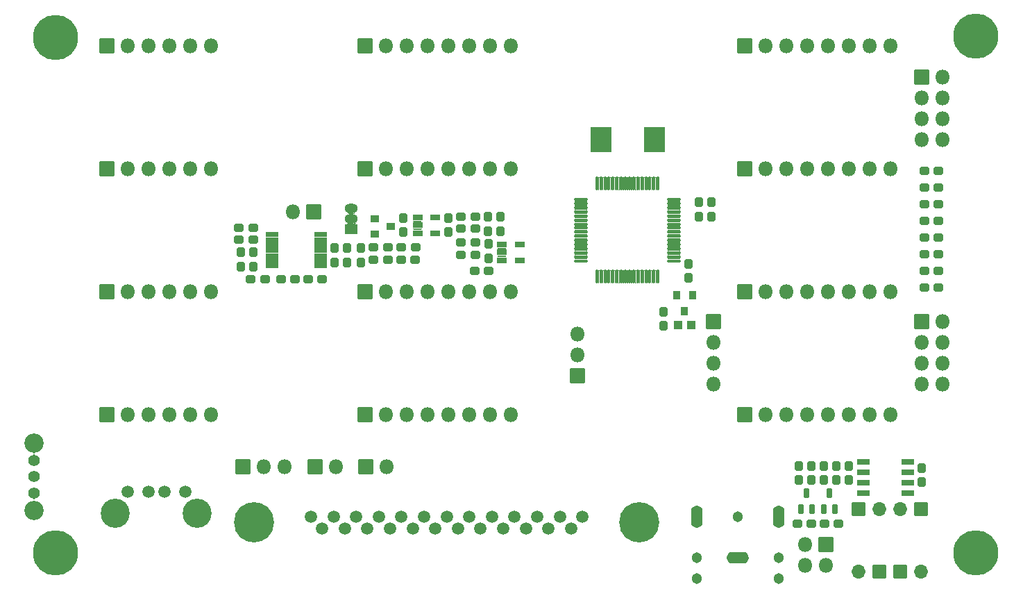
<source format=gts>
G04 #@! TF.GenerationSoftware,KiCad,Pcbnew,(6.0.4)*
G04 #@! TF.CreationDate,2022-04-17T17:26:00-05:00*
G04 #@! TF.ProjectId,interface,696e7465-7266-4616-9365-2e6b69636164,rev?*
G04 #@! TF.SameCoordinates,Original*
G04 #@! TF.FileFunction,Soldermask,Top*
G04 #@! TF.FilePolarity,Negative*
%FSLAX46Y46*%
G04 Gerber Fmt 4.6, Leading zero omitted, Abs format (unit mm)*
G04 Created by KiCad (PCBNEW (6.0.4)) date 2022-04-17 17:26:00*
%MOMM*%
%LPD*%
G01*
G04 APERTURE LIST*
G04 Aperture macros list*
%AMRoundRect*
0 Rectangle with rounded corners*
0 $1 Rounding radius*
0 $2 $3 $4 $5 $6 $7 $8 $9 X,Y pos of 4 corners*
0 Add a 4 corners polygon primitive as box body*
4,1,4,$2,$3,$4,$5,$6,$7,$8,$9,$2,$3,0*
0 Add four circle primitives for the rounded corners*
1,1,$1+$1,$2,$3*
1,1,$1+$1,$4,$5*
1,1,$1+$1,$6,$7*
1,1,$1+$1,$8,$9*
0 Add four rect primitives between the rounded corners*
20,1,$1+$1,$2,$3,$4,$5,0*
20,1,$1+$1,$4,$5,$6,$7,0*
20,1,$1+$1,$6,$7,$8,$9,0*
20,1,$1+$1,$8,$9,$2,$3,0*%
G04 Aperture macros list end*
%ADD10C,1.402000*%
%ADD11C,2.352000*%
%ADD12C,5.502000*%
%ADD13O,1.802000X1.802000*%
%ADD14RoundRect,0.051000X-0.850000X-0.850000X0.850000X-0.850000X0.850000X0.850000X-0.850000X0.850000X0*%
%ADD15RoundRect,0.051000X0.750000X-0.525000X0.750000X0.525000X-0.750000X0.525000X-0.750000X-0.525000X0*%
%ADD16O,1.602000X1.152000*%
%ADD17RoundRect,0.288500X-0.287500X-0.237500X0.287500X-0.237500X0.287500X0.237500X-0.287500X0.237500X0*%
%ADD18RoundRect,0.288500X-0.237500X0.287500X-0.237500X-0.287500X0.237500X-0.287500X0.237500X0.287500X0*%
%ADD19RoundRect,0.288500X0.237500X-0.287500X0.237500X0.287500X-0.237500X0.287500X-0.237500X-0.287500X0*%
%ADD20RoundRect,0.288500X0.287500X0.237500X-0.287500X0.237500X-0.287500X-0.237500X0.287500X-0.237500X0*%
%ADD21RoundRect,0.051000X-0.450000X-0.400000X0.450000X-0.400000X0.450000X0.400000X-0.450000X0.400000X0*%
%ADD22RoundRect,0.051000X0.275000X0.500000X-0.275000X0.500000X-0.275000X-0.500000X0.275000X-0.500000X0*%
%ADD23RoundRect,0.051000X-0.850000X0.850000X-0.850000X-0.850000X0.850000X-0.850000X0.850000X0.850000X0*%
%ADD24RoundRect,0.051000X-0.737500X0.225000X-0.737500X-0.225000X0.737500X-0.225000X0.737500X0.225000X0*%
%ADD25RoundRect,0.051000X0.750000X-0.325000X0.750000X0.325000X-0.750000X0.325000X-0.750000X-0.325000X0*%
%ADD26O,1.702000X1.702000*%
%ADD27RoundRect,0.051000X-0.800000X0.800000X-0.800000X-0.800000X0.800000X-0.800000X0.800000X0.800000X0*%
%ADD28RoundRect,0.051000X0.800000X-0.800000X0.800000X0.800000X-0.800000X0.800000X-0.800000X-0.800000X0*%
%ADD29C,1.302000*%
%ADD30O,1.410000X2.718000*%
%ADD31O,2.718000X1.410000*%
%ADD32C,3.552000*%
%ADD33C,1.502000*%
%ADD34RoundRect,0.051000X1.250000X1.500000X-1.250000X1.500000X-1.250000X-1.500000X1.250000X-1.500000X0*%
%ADD35RoundRect,0.051000X-0.400000X0.450000X-0.400000X-0.450000X0.400000X-0.450000X0.400000X0.450000X0*%
%ADD36RoundRect,0.051000X0.425000X0.475000X-0.425000X0.475000X-0.425000X-0.475000X0.425000X-0.475000X0*%
%ADD37RoundRect,0.051000X0.850000X-0.850000X0.850000X0.850000X-0.850000X0.850000X-0.850000X-0.850000X0*%
%ADD38RoundRect,0.051000X-0.530000X-0.325000X0.530000X-0.325000X0.530000X0.325000X-0.530000X0.325000X0*%
%ADD39C,4.902000*%
%ADD40RoundRect,0.126000X-0.700000X0.075000X-0.700000X-0.075000X0.700000X-0.075000X0.700000X0.075000X0*%
%ADD41RoundRect,0.126000X-0.075000X0.700000X-0.075000X-0.700000X0.075000X-0.700000X0.075000X0.700000X0*%
%ADD42RoundRect,0.051000X0.850000X0.850000X-0.850000X0.850000X-0.850000X-0.850000X0.850000X-0.850000X0*%
G04 APERTURE END LIST*
D10*
X108331000Y-122047000D03*
X108331000Y-124047000D03*
X108331000Y-126047000D03*
D11*
X108331000Y-119947000D03*
X108331000Y-128147000D03*
D12*
X223266000Y-70358000D03*
X110998000Y-70485000D03*
X110998000Y-133350000D03*
X223266000Y-133350000D03*
D13*
X219202000Y-112776000D03*
X216662000Y-112776000D03*
X219202000Y-110236000D03*
X216662000Y-110236000D03*
X219202000Y-107696000D03*
X216662000Y-107696000D03*
X219202000Y-105156000D03*
D14*
X216662000Y-105156000D03*
D13*
X219202000Y-82931000D03*
X216662000Y-82931000D03*
X219202000Y-80391000D03*
X216662000Y-80391000D03*
X219202000Y-77851000D03*
X216662000Y-77851000D03*
X219202000Y-75311000D03*
D14*
X216662000Y-75311000D03*
X191262000Y-105156000D03*
D13*
X191262000Y-107696000D03*
X191262000Y-110236000D03*
X191262000Y-112776000D03*
D15*
X147066000Y-93853000D03*
D16*
X147066000Y-91313000D03*
X147066000Y-92583000D03*
D17*
X135050500Y-93662500D03*
X133300500Y-93662500D03*
D18*
X133604000Y-98411000D03*
X133604000Y-96661000D03*
D19*
X135128000Y-96661000D03*
X135128000Y-98411000D03*
D17*
X135050500Y-95123000D03*
X133300500Y-95123000D03*
X136511000Y-99949000D03*
X134761000Y-99949000D03*
X140194000Y-99949000D03*
X138444000Y-99949000D03*
X143496000Y-99949000D03*
X141746000Y-99949000D03*
D19*
X146558000Y-96153000D03*
X146558000Y-97903000D03*
D18*
X145034000Y-97903000D03*
X145034000Y-96153000D03*
D20*
X149773500Y-96075500D03*
X151523500Y-96075500D03*
X153112500Y-96075500D03*
X154862500Y-96075500D03*
X149773500Y-97599500D03*
X151523500Y-97599500D03*
X153098500Y-97599500D03*
X154848500Y-97599500D03*
D18*
X216662000Y-124700000D03*
X216662000Y-122950000D03*
D17*
X216930000Y-90805000D03*
X218680000Y-90805000D03*
X216930000Y-88773000D03*
X218680000Y-88773000D03*
X216930000Y-98933000D03*
X218680000Y-98933000D03*
X216930000Y-96901000D03*
X218680000Y-96901000D03*
D18*
X207772000Y-124446000D03*
X207772000Y-122696000D03*
D17*
X218680000Y-92837000D03*
X216930000Y-92837000D03*
X218680000Y-86741000D03*
X216930000Y-86741000D03*
X218680000Y-100965000D03*
X216930000Y-100965000D03*
X218680000Y-94869000D03*
X216930000Y-94869000D03*
X203186000Y-129794000D03*
X201436000Y-129794000D03*
D18*
X201676000Y-124446000D03*
X201676000Y-122696000D03*
D20*
X204738000Y-129794000D03*
X206488000Y-129794000D03*
D18*
X204724000Y-124446000D03*
X204724000Y-122696000D03*
D20*
X160415000Y-93789500D03*
X162165000Y-93789500D03*
D18*
X163703000Y-94093000D03*
X163703000Y-92343000D03*
D17*
X160415000Y-92329000D03*
X162165000Y-92329000D03*
D20*
X160415000Y-95504000D03*
X162165000Y-95504000D03*
X162066000Y-98933000D03*
X163816000Y-98933000D03*
D21*
X151876000Y-93535500D03*
X149876000Y-94485500D03*
X149876000Y-92585500D03*
D22*
X202565000Y-126050000D03*
X203215000Y-127950000D03*
X201915000Y-127950000D03*
X205359000Y-126050000D03*
X206009000Y-127950000D03*
X204709000Y-127950000D03*
D13*
X202438000Y-134874000D03*
X202438000Y-132334000D03*
X204978000Y-134874000D03*
D23*
X204978000Y-132334000D03*
D13*
X139954000Y-91757500D03*
D23*
X142494000Y-91757500D03*
D24*
X137397000Y-98343000D03*
X137397000Y-97693000D03*
X137397000Y-97043000D03*
X137397000Y-96393000D03*
X137397000Y-95743000D03*
X137397000Y-95093000D03*
X137397000Y-94443000D03*
X143273000Y-94443000D03*
X143273000Y-95093000D03*
X143273000Y-95743000D03*
X143273000Y-96393000D03*
X143273000Y-97043000D03*
X143273000Y-97693000D03*
X143273000Y-98343000D03*
D25*
X214917000Y-122237500D03*
X214917000Y-123507500D03*
X214917000Y-124777500D03*
X214917000Y-126047500D03*
X209517000Y-126047500D03*
X209517000Y-124777500D03*
X209517000Y-123507500D03*
X209517000Y-122237500D03*
D26*
X216535000Y-135636000D03*
D27*
X216535000Y-128016000D03*
D26*
X213995000Y-128016000D03*
D28*
X213995000Y-135636000D03*
D26*
X208915000Y-135636000D03*
D27*
X208915000Y-128016000D03*
D26*
X211455000Y-128016000D03*
D28*
X211455000Y-135636000D03*
D19*
X148209000Y-96153000D03*
X148209000Y-97903000D03*
X203200000Y-122696000D03*
X203200000Y-124446000D03*
X206248000Y-122696000D03*
X206248000Y-124446000D03*
D18*
X165227000Y-94093000D03*
X165227000Y-92343000D03*
D20*
X160415000Y-97028000D03*
X162165000Y-97028000D03*
D29*
X199157600Y-133934200D03*
X199157600Y-136434200D03*
X194157600Y-128934200D03*
X189157600Y-133934200D03*
X189157600Y-136434200D03*
D30*
X189157600Y-128934200D03*
X199157600Y-128934200D03*
D31*
X194157600Y-133934200D03*
D32*
X128261000Y-128527000D03*
X118261000Y-128527000D03*
D33*
X126761000Y-125857000D03*
X124261000Y-125857000D03*
X122261000Y-125857000D03*
X119761000Y-125857000D03*
D34*
X177538000Y-82931000D03*
X184038000Y-82931000D03*
D18*
X188214000Y-99808000D03*
X188214000Y-98058000D03*
X185166000Y-105650000D03*
X185166000Y-103900000D03*
D35*
X187706000Y-103870000D03*
X186756000Y-101870000D03*
X188656000Y-101870000D03*
D36*
X186906000Y-105537000D03*
X188506000Y-105537000D03*
D13*
X145161000Y-122809000D03*
D37*
X142621000Y-122809000D03*
D13*
X138938000Y-122809000D03*
X136398000Y-122809000D03*
D37*
X133858000Y-122809000D03*
D13*
X151384000Y-122809000D03*
D37*
X148844000Y-122809000D03*
D38*
X167597000Y-95751000D03*
X167597000Y-97651000D03*
X165397000Y-97651000D03*
X165397000Y-96701000D03*
X165397000Y-95751000D03*
X157310000Y-92449000D03*
X157310000Y-94349000D03*
X155110000Y-94349000D03*
X155110000Y-93399000D03*
X155110000Y-92449000D03*
D19*
X163830000Y-95645000D03*
X163830000Y-97395000D03*
D18*
X158877000Y-94220000D03*
X158877000Y-92470000D03*
D19*
X153416000Y-92470000D03*
X153416000Y-94220000D03*
D39*
X182193000Y-129615000D03*
X135153000Y-129615000D03*
D33*
X175233000Y-128905000D03*
X173853000Y-130325000D03*
X172473000Y-128905000D03*
X171093000Y-130325000D03*
X169713000Y-128905000D03*
X168333000Y-130325000D03*
X166953000Y-128905000D03*
X165573000Y-130325000D03*
X164193000Y-128905000D03*
X162813000Y-130325000D03*
X161433000Y-128905000D03*
X160053000Y-130325000D03*
X158673000Y-128905000D03*
X157293000Y-130325000D03*
X155913000Y-128905000D03*
X154533000Y-130325000D03*
X153153000Y-128905000D03*
X151773000Y-130325000D03*
X150393000Y-128905000D03*
X149013000Y-130325000D03*
X147633000Y-128905000D03*
X146253000Y-130325000D03*
X144873000Y-128905000D03*
X143493000Y-130325000D03*
X142113000Y-128905000D03*
D40*
X186396000Y-90230000D03*
X186396000Y-90730000D03*
X186396000Y-91230000D03*
X186396000Y-91730000D03*
X186396000Y-92230000D03*
X186396000Y-92730000D03*
X186396000Y-93230000D03*
X186396000Y-93730000D03*
X186396000Y-94230000D03*
X186396000Y-94730000D03*
X186396000Y-95230000D03*
X186396000Y-95730000D03*
X186396000Y-96230000D03*
X186396000Y-96730000D03*
X186396000Y-97230000D03*
X186396000Y-97730000D03*
D41*
X184471000Y-99655000D03*
X183971000Y-99655000D03*
X183471000Y-99655000D03*
X182971000Y-99655000D03*
X182471000Y-99655000D03*
X181971000Y-99655000D03*
X181471000Y-99655000D03*
X180971000Y-99655000D03*
X180471000Y-99655000D03*
X179971000Y-99655000D03*
X179471000Y-99655000D03*
X178971000Y-99655000D03*
X178471000Y-99655000D03*
X177971000Y-99655000D03*
X177471000Y-99655000D03*
X176971000Y-99655000D03*
D40*
X175046000Y-97730000D03*
X175046000Y-97230000D03*
X175046000Y-96730000D03*
X175046000Y-96230000D03*
X175046000Y-95730000D03*
X175046000Y-95230000D03*
X175046000Y-94730000D03*
X175046000Y-94230000D03*
X175046000Y-93730000D03*
X175046000Y-93230000D03*
X175046000Y-92730000D03*
X175046000Y-92230000D03*
X175046000Y-91730000D03*
X175046000Y-91230000D03*
X175046000Y-90730000D03*
X175046000Y-90230000D03*
D41*
X176971000Y-88305000D03*
X177471000Y-88305000D03*
X177971000Y-88305000D03*
X178471000Y-88305000D03*
X178971000Y-88305000D03*
X179471000Y-88305000D03*
X179971000Y-88305000D03*
X180471000Y-88305000D03*
X180971000Y-88305000D03*
X181471000Y-88305000D03*
X181971000Y-88305000D03*
X182471000Y-88305000D03*
X182971000Y-88305000D03*
X183471000Y-88305000D03*
X183971000Y-88305000D03*
X184471000Y-88305000D03*
D18*
X189484000Y-92315000D03*
X189484000Y-90565000D03*
X191008000Y-92315000D03*
X191008000Y-90565000D03*
D42*
X174625000Y-111760000D03*
D13*
X174625000Y-109220000D03*
X174625000Y-106680000D03*
D37*
X195072000Y-71501000D03*
D13*
X197612000Y-71501000D03*
X200152000Y-71501000D03*
X202692000Y-71501000D03*
X205232000Y-71501000D03*
X207772000Y-71501000D03*
X210312000Y-71501000D03*
X212852000Y-71501000D03*
D37*
X195072000Y-86487000D03*
D13*
X197612000Y-86487000D03*
X200152000Y-86487000D03*
X202692000Y-86487000D03*
X205232000Y-86487000D03*
X207772000Y-86487000D03*
X210312000Y-86487000D03*
X212852000Y-86487000D03*
D37*
X195072000Y-101473000D03*
D13*
X197612000Y-101473000D03*
X200152000Y-101473000D03*
X202692000Y-101473000D03*
X205232000Y-101473000D03*
X207772000Y-101473000D03*
X210312000Y-101473000D03*
X212852000Y-101473000D03*
D37*
X195072000Y-116459000D03*
D13*
X197612000Y-116459000D03*
X200152000Y-116459000D03*
X202692000Y-116459000D03*
X205232000Y-116459000D03*
X207772000Y-116459000D03*
X210312000Y-116459000D03*
X212852000Y-116459000D03*
D37*
X148717000Y-71501000D03*
D13*
X151257000Y-71501000D03*
X153797000Y-71501000D03*
X156337000Y-71501000D03*
X158877000Y-71501000D03*
X161417000Y-71501000D03*
X163957000Y-71501000D03*
X166497000Y-71501000D03*
X166497000Y-86487000D03*
X163957000Y-86487000D03*
X161417000Y-86487000D03*
X158877000Y-86487000D03*
X156337000Y-86487000D03*
X153797000Y-86487000D03*
X151257000Y-86487000D03*
D37*
X148717000Y-86487000D03*
X148717000Y-101473000D03*
D13*
X151257000Y-101473000D03*
X153797000Y-101473000D03*
X156337000Y-101473000D03*
X158877000Y-101473000D03*
X161417000Y-101473000D03*
X163957000Y-101473000D03*
X166497000Y-101473000D03*
X166497000Y-116459000D03*
X163957000Y-116459000D03*
X161417000Y-116459000D03*
X158877000Y-116459000D03*
X156337000Y-116459000D03*
X153797000Y-116459000D03*
X151257000Y-116459000D03*
D37*
X148717000Y-116459000D03*
X117221000Y-71501000D03*
D13*
X119761000Y-71501000D03*
X122301000Y-71501000D03*
X124841000Y-71501000D03*
X127381000Y-71501000D03*
X129921000Y-71501000D03*
D37*
X117221000Y-101473000D03*
D13*
X119761000Y-101473000D03*
X122301000Y-101473000D03*
X124841000Y-101473000D03*
X127381000Y-101473000D03*
X129921000Y-101473000D03*
X129921000Y-86487000D03*
X127381000Y-86487000D03*
X124841000Y-86487000D03*
X122301000Y-86487000D03*
X119761000Y-86487000D03*
D37*
X117221000Y-86487000D03*
D13*
X129921000Y-116459000D03*
X127381000Y-116459000D03*
X124841000Y-116459000D03*
X122301000Y-116459000D03*
X119761000Y-116459000D03*
D37*
X117221000Y-116459000D03*
G36*
X108442238Y-126734439D02*
G01*
X108442685Y-126736388D01*
X108441723Y-126737560D01*
X108380565Y-126770578D01*
X108347085Y-126831206D01*
X108351697Y-126900310D01*
X108392940Y-126955956D01*
X108443552Y-126975430D01*
X108444810Y-126976986D01*
X108444091Y-126978852D01*
X108442808Y-126979297D01*
X108238888Y-126976627D01*
X108215969Y-126980566D01*
X108214092Y-126979874D01*
X108213754Y-126977903D01*
X108214901Y-126976732D01*
X108270148Y-126955122D01*
X108310768Y-126899027D01*
X108314611Y-126829875D01*
X108280456Y-126769617D01*
X108227225Y-126741259D01*
X108226166Y-126739562D01*
X108227107Y-126737797D01*
X108228673Y-126737559D01*
X108236138Y-126739518D01*
X108404062Y-126742156D01*
X108440326Y-126733850D01*
X108442238Y-126734439D01*
G37*
G36*
X108455339Y-121111273D02*
G01*
X108455626Y-121113252D01*
X108454497Y-121114374D01*
X108391852Y-121138878D01*
X108351232Y-121194973D01*
X108347389Y-121264125D01*
X108381544Y-121324383D01*
X108437560Y-121354224D01*
X108438619Y-121355921D01*
X108437678Y-121357686D01*
X108436133Y-121357929D01*
X108418606Y-121353527D01*
X108250662Y-121352647D01*
X108223504Y-121359167D01*
X108221586Y-121358599D01*
X108221119Y-121356654D01*
X108222087Y-121355462D01*
X108281435Y-121323422D01*
X108314915Y-121262794D01*
X108310303Y-121193690D01*
X108269060Y-121138044D01*
X108212291Y-121116201D01*
X108211033Y-121114645D01*
X108211752Y-121112779D01*
X108213088Y-121112336D01*
X108392441Y-121119383D01*
X108453481Y-121110532D01*
X108455339Y-121111273D01*
G37*
G36*
X177139693Y-98869460D02*
G01*
X177152425Y-98877967D01*
X177218789Y-98898747D01*
X177289589Y-98877958D01*
X177302307Y-98869460D01*
X177304303Y-98869329D01*
X177305414Y-98870992D01*
X177305081Y-98872234D01*
X177281476Y-98907561D01*
X177272000Y-98955199D01*
X177272000Y-100354801D01*
X177281476Y-100402439D01*
X177305081Y-100437766D01*
X177305212Y-100439762D01*
X177303549Y-100440873D01*
X177302307Y-100440540D01*
X177289575Y-100432033D01*
X177223211Y-100411253D01*
X177152411Y-100432042D01*
X177139693Y-100440540D01*
X177137697Y-100440671D01*
X177136586Y-100439008D01*
X177136919Y-100437766D01*
X177160524Y-100402439D01*
X177170000Y-100354801D01*
X177170000Y-98955199D01*
X177160524Y-98907561D01*
X177136919Y-98872234D01*
X177136788Y-98870238D01*
X177138451Y-98869127D01*
X177139693Y-98869460D01*
G37*
G36*
X181139693Y-98869460D02*
G01*
X181152425Y-98877967D01*
X181218789Y-98898747D01*
X181289589Y-98877958D01*
X181302307Y-98869460D01*
X181304303Y-98869329D01*
X181305414Y-98870992D01*
X181305081Y-98872234D01*
X181281476Y-98907561D01*
X181272000Y-98955199D01*
X181272000Y-100354801D01*
X181281476Y-100402439D01*
X181305081Y-100437766D01*
X181305212Y-100439762D01*
X181303549Y-100440873D01*
X181302307Y-100440540D01*
X181289575Y-100432033D01*
X181223211Y-100411253D01*
X181152411Y-100432042D01*
X181139693Y-100440540D01*
X181137697Y-100440671D01*
X181136586Y-100439008D01*
X181136919Y-100437766D01*
X181160524Y-100402439D01*
X181170000Y-100354801D01*
X181170000Y-98955199D01*
X181160524Y-98907561D01*
X181136919Y-98872234D01*
X181136788Y-98870238D01*
X181138451Y-98869127D01*
X181139693Y-98869460D01*
G37*
G36*
X183139693Y-98869460D02*
G01*
X183152425Y-98877967D01*
X183218789Y-98898747D01*
X183289589Y-98877958D01*
X183302307Y-98869460D01*
X183304303Y-98869329D01*
X183305414Y-98870992D01*
X183305081Y-98872234D01*
X183281476Y-98907561D01*
X183272000Y-98955199D01*
X183272000Y-100354801D01*
X183281476Y-100402439D01*
X183305081Y-100437766D01*
X183305212Y-100439762D01*
X183303549Y-100440873D01*
X183302307Y-100440540D01*
X183289575Y-100432033D01*
X183223211Y-100411253D01*
X183152411Y-100432042D01*
X183139693Y-100440540D01*
X183137697Y-100440671D01*
X183136586Y-100439008D01*
X183136919Y-100437766D01*
X183160524Y-100402439D01*
X183170000Y-100354801D01*
X183170000Y-98955199D01*
X183160524Y-98907561D01*
X183136919Y-98872234D01*
X183136788Y-98870238D01*
X183138451Y-98869127D01*
X183139693Y-98869460D01*
G37*
G36*
X182639693Y-98869460D02*
G01*
X182652425Y-98877967D01*
X182718789Y-98898747D01*
X182789589Y-98877958D01*
X182802307Y-98869460D01*
X182804303Y-98869329D01*
X182805414Y-98870992D01*
X182805081Y-98872234D01*
X182781476Y-98907561D01*
X182772000Y-98955199D01*
X182772000Y-100354801D01*
X182781476Y-100402439D01*
X182805081Y-100437766D01*
X182805212Y-100439762D01*
X182803549Y-100440873D01*
X182802307Y-100440540D01*
X182789575Y-100432033D01*
X182723211Y-100411253D01*
X182652411Y-100432042D01*
X182639693Y-100440540D01*
X182637697Y-100440671D01*
X182636586Y-100439008D01*
X182636919Y-100437766D01*
X182660524Y-100402439D01*
X182670000Y-100354801D01*
X182670000Y-98955199D01*
X182660524Y-98907561D01*
X182636919Y-98872234D01*
X182636788Y-98870238D01*
X182638451Y-98869127D01*
X182639693Y-98869460D01*
G37*
G36*
X177639693Y-98869460D02*
G01*
X177652425Y-98877967D01*
X177718789Y-98898747D01*
X177789589Y-98877958D01*
X177802307Y-98869460D01*
X177804303Y-98869329D01*
X177805414Y-98870992D01*
X177805081Y-98872234D01*
X177781476Y-98907561D01*
X177772000Y-98955199D01*
X177772000Y-100354801D01*
X177781476Y-100402439D01*
X177805081Y-100437766D01*
X177805212Y-100439762D01*
X177803549Y-100440873D01*
X177802307Y-100440540D01*
X177789575Y-100432033D01*
X177723211Y-100411253D01*
X177652411Y-100432042D01*
X177639693Y-100440540D01*
X177637697Y-100440671D01*
X177636586Y-100439008D01*
X177636919Y-100437766D01*
X177660524Y-100402439D01*
X177670000Y-100354801D01*
X177670000Y-98955199D01*
X177660524Y-98907561D01*
X177636919Y-98872234D01*
X177636788Y-98870238D01*
X177638451Y-98869127D01*
X177639693Y-98869460D01*
G37*
G36*
X181639693Y-98869460D02*
G01*
X181652425Y-98877967D01*
X181718789Y-98898747D01*
X181789589Y-98877958D01*
X181802307Y-98869460D01*
X181804303Y-98869329D01*
X181805414Y-98870992D01*
X181805081Y-98872234D01*
X181781476Y-98907561D01*
X181772000Y-98955199D01*
X181772000Y-100354801D01*
X181781476Y-100402439D01*
X181805081Y-100437766D01*
X181805212Y-100439762D01*
X181803549Y-100440873D01*
X181802307Y-100440540D01*
X181789575Y-100432033D01*
X181723211Y-100411253D01*
X181652411Y-100432042D01*
X181639693Y-100440540D01*
X181637697Y-100440671D01*
X181636586Y-100439008D01*
X181636919Y-100437766D01*
X181660524Y-100402439D01*
X181670000Y-100354801D01*
X181670000Y-98955199D01*
X181660524Y-98907561D01*
X181636919Y-98872234D01*
X181636788Y-98870238D01*
X181638451Y-98869127D01*
X181639693Y-98869460D01*
G37*
G36*
X183639693Y-98869460D02*
G01*
X183652425Y-98877967D01*
X183718789Y-98898747D01*
X183789589Y-98877958D01*
X183802307Y-98869460D01*
X183804303Y-98869329D01*
X183805414Y-98870992D01*
X183805081Y-98872234D01*
X183781476Y-98907561D01*
X183772000Y-98955199D01*
X183772000Y-100354801D01*
X183781476Y-100402439D01*
X183805081Y-100437766D01*
X183805212Y-100439762D01*
X183803549Y-100440873D01*
X183802307Y-100440540D01*
X183789575Y-100432033D01*
X183723211Y-100411253D01*
X183652411Y-100432042D01*
X183639693Y-100440540D01*
X183637697Y-100440671D01*
X183636586Y-100439008D01*
X183636919Y-100437766D01*
X183660524Y-100402439D01*
X183670000Y-100354801D01*
X183670000Y-98955199D01*
X183660524Y-98907561D01*
X183636919Y-98872234D01*
X183636788Y-98870238D01*
X183638451Y-98869127D01*
X183639693Y-98869460D01*
G37*
G36*
X182139693Y-98869460D02*
G01*
X182152425Y-98877967D01*
X182218789Y-98898747D01*
X182289589Y-98877958D01*
X182302307Y-98869460D01*
X182304303Y-98869329D01*
X182305414Y-98870992D01*
X182305081Y-98872234D01*
X182281476Y-98907561D01*
X182272000Y-98955199D01*
X182272000Y-100354801D01*
X182281476Y-100402439D01*
X182305081Y-100437766D01*
X182305212Y-100439762D01*
X182303549Y-100440873D01*
X182302307Y-100440540D01*
X182289575Y-100432033D01*
X182223211Y-100411253D01*
X182152411Y-100432042D01*
X182139693Y-100440540D01*
X182137697Y-100440671D01*
X182136586Y-100439008D01*
X182136919Y-100437766D01*
X182160524Y-100402439D01*
X182170000Y-100354801D01*
X182170000Y-98955199D01*
X182160524Y-98907561D01*
X182136919Y-98872234D01*
X182136788Y-98870238D01*
X182138451Y-98869127D01*
X182139693Y-98869460D01*
G37*
G36*
X178139693Y-98869460D02*
G01*
X178152425Y-98877967D01*
X178218789Y-98898747D01*
X178289589Y-98877958D01*
X178302307Y-98869460D01*
X178304303Y-98869329D01*
X178305414Y-98870992D01*
X178305081Y-98872234D01*
X178281476Y-98907561D01*
X178272000Y-98955199D01*
X178272000Y-100354801D01*
X178281476Y-100402439D01*
X178305081Y-100437766D01*
X178305212Y-100439762D01*
X178303549Y-100440873D01*
X178302307Y-100440540D01*
X178289575Y-100432033D01*
X178223211Y-100411253D01*
X178152411Y-100432042D01*
X178139693Y-100440540D01*
X178137697Y-100440671D01*
X178136586Y-100439008D01*
X178136919Y-100437766D01*
X178160524Y-100402439D01*
X178170000Y-100354801D01*
X178170000Y-98955199D01*
X178160524Y-98907561D01*
X178136919Y-98872234D01*
X178136788Y-98870238D01*
X178138451Y-98869127D01*
X178139693Y-98869460D01*
G37*
G36*
X178639693Y-98869460D02*
G01*
X178652425Y-98877967D01*
X178718789Y-98898747D01*
X178789589Y-98877958D01*
X178802307Y-98869460D01*
X178804303Y-98869329D01*
X178805414Y-98870992D01*
X178805081Y-98872234D01*
X178781476Y-98907561D01*
X178772000Y-98955199D01*
X178772000Y-100354801D01*
X178781476Y-100402439D01*
X178805081Y-100437766D01*
X178805212Y-100439762D01*
X178803549Y-100440873D01*
X178802307Y-100440540D01*
X178789575Y-100432033D01*
X178723211Y-100411253D01*
X178652411Y-100432042D01*
X178639693Y-100440540D01*
X178637697Y-100440671D01*
X178636586Y-100439008D01*
X178636919Y-100437766D01*
X178660524Y-100402439D01*
X178670000Y-100354801D01*
X178670000Y-98955199D01*
X178660524Y-98907561D01*
X178636919Y-98872234D01*
X178636788Y-98870238D01*
X178638451Y-98869127D01*
X178639693Y-98869460D01*
G37*
G36*
X184139693Y-98869460D02*
G01*
X184152425Y-98877967D01*
X184218789Y-98898747D01*
X184289589Y-98877958D01*
X184302307Y-98869460D01*
X184304303Y-98869329D01*
X184305414Y-98870992D01*
X184305081Y-98872234D01*
X184281476Y-98907561D01*
X184272000Y-98955199D01*
X184272000Y-100354801D01*
X184281476Y-100402439D01*
X184305081Y-100437766D01*
X184305212Y-100439762D01*
X184303549Y-100440873D01*
X184302307Y-100440540D01*
X184289575Y-100432033D01*
X184223211Y-100411253D01*
X184152411Y-100432042D01*
X184139693Y-100440540D01*
X184137697Y-100440671D01*
X184136586Y-100439008D01*
X184136919Y-100437766D01*
X184160524Y-100402439D01*
X184170000Y-100354801D01*
X184170000Y-98955199D01*
X184160524Y-98907561D01*
X184136919Y-98872234D01*
X184136788Y-98870238D01*
X184138451Y-98869127D01*
X184139693Y-98869460D01*
G37*
G36*
X179139693Y-98869460D02*
G01*
X179152425Y-98877967D01*
X179218789Y-98898747D01*
X179289589Y-98877958D01*
X179302307Y-98869460D01*
X179304303Y-98869329D01*
X179305414Y-98870992D01*
X179305081Y-98872234D01*
X179281476Y-98907561D01*
X179272000Y-98955199D01*
X179272000Y-100354801D01*
X179281476Y-100402439D01*
X179305081Y-100437766D01*
X179305212Y-100439762D01*
X179303549Y-100440873D01*
X179302307Y-100440540D01*
X179289575Y-100432033D01*
X179223211Y-100411253D01*
X179152411Y-100432042D01*
X179139693Y-100440540D01*
X179137697Y-100440671D01*
X179136586Y-100439008D01*
X179136919Y-100437766D01*
X179160524Y-100402439D01*
X179170000Y-100354801D01*
X179170000Y-98955199D01*
X179160524Y-98907561D01*
X179136919Y-98872234D01*
X179136788Y-98870238D01*
X179138451Y-98869127D01*
X179139693Y-98869460D01*
G37*
G36*
X180139693Y-98869460D02*
G01*
X180152425Y-98877967D01*
X180218789Y-98898747D01*
X180289589Y-98877958D01*
X180302307Y-98869460D01*
X180304303Y-98869329D01*
X180305414Y-98870992D01*
X180305081Y-98872234D01*
X180281476Y-98907561D01*
X180272000Y-98955199D01*
X180272000Y-100354801D01*
X180281476Y-100402439D01*
X180305081Y-100437766D01*
X180305212Y-100439762D01*
X180303549Y-100440873D01*
X180302307Y-100440540D01*
X180289575Y-100432033D01*
X180223211Y-100411253D01*
X180152411Y-100432042D01*
X180139693Y-100440540D01*
X180137697Y-100440671D01*
X180136586Y-100439008D01*
X180136919Y-100437766D01*
X180160524Y-100402439D01*
X180170000Y-100354801D01*
X180170000Y-98955199D01*
X180160524Y-98907561D01*
X180136919Y-98872234D01*
X180136788Y-98870238D01*
X180138451Y-98869127D01*
X180139693Y-98869460D01*
G37*
G36*
X180639693Y-98869460D02*
G01*
X180652425Y-98877967D01*
X180718789Y-98898747D01*
X180789589Y-98877958D01*
X180802307Y-98869460D01*
X180804303Y-98869329D01*
X180805414Y-98870992D01*
X180805081Y-98872234D01*
X180781476Y-98907561D01*
X180772000Y-98955199D01*
X180772000Y-100354801D01*
X180781476Y-100402439D01*
X180805081Y-100437766D01*
X180805212Y-100439762D01*
X180803549Y-100440873D01*
X180802307Y-100440540D01*
X180789575Y-100432033D01*
X180723211Y-100411253D01*
X180652411Y-100432042D01*
X180639693Y-100440540D01*
X180637697Y-100440671D01*
X180636586Y-100439008D01*
X180636919Y-100437766D01*
X180660524Y-100402439D01*
X180670000Y-100354801D01*
X180670000Y-98955199D01*
X180660524Y-98907561D01*
X180636919Y-98872234D01*
X180636788Y-98870238D01*
X180638451Y-98869127D01*
X180639693Y-98869460D01*
G37*
G36*
X179639693Y-98869460D02*
G01*
X179652425Y-98877967D01*
X179718789Y-98898747D01*
X179789589Y-98877958D01*
X179802307Y-98869460D01*
X179804303Y-98869329D01*
X179805414Y-98870992D01*
X179805081Y-98872234D01*
X179781476Y-98907561D01*
X179772000Y-98955199D01*
X179772000Y-100354801D01*
X179781476Y-100402439D01*
X179805081Y-100437766D01*
X179805212Y-100439762D01*
X179803549Y-100440873D01*
X179802307Y-100440540D01*
X179789575Y-100432033D01*
X179723211Y-100411253D01*
X179652411Y-100432042D01*
X179639693Y-100440540D01*
X179637697Y-100440671D01*
X179636586Y-100439008D01*
X179636919Y-100437766D01*
X179660524Y-100402439D01*
X179670000Y-100354801D01*
X179670000Y-98955199D01*
X179660524Y-98907561D01*
X179636919Y-98872234D01*
X179636788Y-98870238D01*
X179638451Y-98869127D01*
X179639693Y-98869460D01*
G37*
G36*
X142501575Y-97953084D02*
G01*
X142516763Y-97963233D01*
X142535699Y-97967000D01*
X144010301Y-97967000D01*
X144029238Y-97963233D01*
X144044273Y-97953186D01*
X144046268Y-97953055D01*
X144047380Y-97954718D01*
X144047293Y-97955447D01*
X144028398Y-98015788D01*
X144047455Y-98080690D01*
X144046983Y-98082633D01*
X144045064Y-98083197D01*
X144044425Y-98082916D01*
X144029237Y-98072767D01*
X144010301Y-98069000D01*
X142535699Y-98069000D01*
X142516762Y-98072767D01*
X142501727Y-98082814D01*
X142499732Y-98082945D01*
X142498620Y-98081282D01*
X142498707Y-98080553D01*
X142517602Y-98020212D01*
X142498545Y-97955310D01*
X142499017Y-97953367D01*
X142500936Y-97952803D01*
X142501575Y-97953084D01*
G37*
G36*
X136625575Y-97953084D02*
G01*
X136640763Y-97963233D01*
X136659699Y-97967000D01*
X138134301Y-97967000D01*
X138153238Y-97963233D01*
X138168273Y-97953186D01*
X138170268Y-97953055D01*
X138171380Y-97954718D01*
X138171293Y-97955447D01*
X138152398Y-98015788D01*
X138171455Y-98080690D01*
X138170983Y-98082633D01*
X138169064Y-98083197D01*
X138168425Y-98082916D01*
X138153237Y-98072767D01*
X138134301Y-98069000D01*
X136659699Y-98069000D01*
X136640762Y-98072767D01*
X136625727Y-98082814D01*
X136623732Y-98082945D01*
X136622620Y-98081282D01*
X136622707Y-98080553D01*
X136641602Y-98020212D01*
X136622545Y-97955310D01*
X136623017Y-97953367D01*
X136624936Y-97952803D01*
X136625575Y-97953084D01*
G37*
G36*
X185613234Y-97395919D02*
G01*
X185648561Y-97419524D01*
X185696199Y-97429000D01*
X187095801Y-97429000D01*
X187143439Y-97419524D01*
X187178766Y-97395919D01*
X187180762Y-97395788D01*
X187181873Y-97397451D01*
X187181540Y-97398693D01*
X187173033Y-97411425D01*
X187152253Y-97477789D01*
X187173042Y-97548589D01*
X187181540Y-97561307D01*
X187181671Y-97563303D01*
X187180008Y-97564414D01*
X187178766Y-97564081D01*
X187143439Y-97540476D01*
X187095801Y-97531000D01*
X185696199Y-97531000D01*
X185648561Y-97540476D01*
X185613234Y-97564081D01*
X185611238Y-97564212D01*
X185610127Y-97562549D01*
X185610460Y-97561307D01*
X185618967Y-97548575D01*
X185639747Y-97482211D01*
X185618958Y-97411411D01*
X185610460Y-97398693D01*
X185610329Y-97396697D01*
X185611992Y-97395586D01*
X185613234Y-97395919D01*
G37*
G36*
X174263234Y-97395919D02*
G01*
X174298561Y-97419524D01*
X174346199Y-97429000D01*
X175745801Y-97429000D01*
X175793439Y-97419524D01*
X175828766Y-97395919D01*
X175830762Y-97395788D01*
X175831873Y-97397451D01*
X175831540Y-97398693D01*
X175823033Y-97411425D01*
X175802253Y-97477789D01*
X175823042Y-97548589D01*
X175831540Y-97561307D01*
X175831671Y-97563303D01*
X175830008Y-97564414D01*
X175828766Y-97564081D01*
X175793439Y-97540476D01*
X175745801Y-97531000D01*
X174346199Y-97531000D01*
X174298561Y-97540476D01*
X174263234Y-97564081D01*
X174261238Y-97564212D01*
X174260127Y-97562549D01*
X174260460Y-97561307D01*
X174268967Y-97548575D01*
X174289747Y-97482211D01*
X174268958Y-97411411D01*
X174260460Y-97398693D01*
X174260329Y-97396697D01*
X174261992Y-97395586D01*
X174263234Y-97395919D01*
G37*
G36*
X136625575Y-97303084D02*
G01*
X136640763Y-97313233D01*
X136659699Y-97317000D01*
X138134301Y-97317000D01*
X138153238Y-97313233D01*
X138168273Y-97303186D01*
X138170268Y-97303055D01*
X138171380Y-97304718D01*
X138171293Y-97305447D01*
X138152398Y-97365788D01*
X138171455Y-97430690D01*
X138170983Y-97432633D01*
X138169064Y-97433197D01*
X138168425Y-97432916D01*
X138153237Y-97422767D01*
X138134301Y-97419000D01*
X136659699Y-97419000D01*
X136640762Y-97422767D01*
X136625727Y-97432814D01*
X136623732Y-97432945D01*
X136622620Y-97431282D01*
X136622707Y-97430553D01*
X136641602Y-97370212D01*
X136622545Y-97305310D01*
X136623017Y-97303367D01*
X136624936Y-97302803D01*
X136625575Y-97303084D01*
G37*
G36*
X142501575Y-97303084D02*
G01*
X142516763Y-97313233D01*
X142535699Y-97317000D01*
X144010301Y-97317000D01*
X144029238Y-97313233D01*
X144044273Y-97303186D01*
X144046268Y-97303055D01*
X144047380Y-97304718D01*
X144047293Y-97305447D01*
X144028398Y-97365788D01*
X144047455Y-97430690D01*
X144046983Y-97432633D01*
X144045064Y-97433197D01*
X144044425Y-97432916D01*
X144029237Y-97422767D01*
X144010301Y-97419000D01*
X142535699Y-97419000D01*
X142516762Y-97422767D01*
X142501727Y-97432814D01*
X142499732Y-97432945D01*
X142498620Y-97431282D01*
X142498707Y-97430553D01*
X142517602Y-97370212D01*
X142498545Y-97305310D01*
X142499017Y-97303367D01*
X142500936Y-97302803D01*
X142501575Y-97303084D01*
G37*
G36*
X165943668Y-97072665D02*
G01*
X165944058Y-97074627D01*
X165943699Y-97075267D01*
X165900511Y-97126946D01*
X165891880Y-97195661D01*
X165921844Y-97258291D01*
X165942682Y-97276348D01*
X165943336Y-97278238D01*
X165942026Y-97279749D01*
X165940982Y-97279821D01*
X165926801Y-97277000D01*
X164867199Y-97277000D01*
X164852226Y-97279978D01*
X164850332Y-97279335D01*
X164849942Y-97277373D01*
X164850301Y-97276733D01*
X164893489Y-97225054D01*
X164902120Y-97156339D01*
X164872156Y-97093709D01*
X164851318Y-97075652D01*
X164850664Y-97073762D01*
X164851974Y-97072251D01*
X164853018Y-97072179D01*
X164867199Y-97075000D01*
X165926801Y-97075000D01*
X165941774Y-97072022D01*
X165943668Y-97072665D01*
G37*
G36*
X185613234Y-96895919D02*
G01*
X185648561Y-96919524D01*
X185696199Y-96929000D01*
X187095801Y-96929000D01*
X187143439Y-96919524D01*
X187178766Y-96895919D01*
X187180762Y-96895788D01*
X187181873Y-96897451D01*
X187181540Y-96898693D01*
X187173033Y-96911425D01*
X187152253Y-96977789D01*
X187173042Y-97048589D01*
X187181540Y-97061307D01*
X187181671Y-97063303D01*
X187180008Y-97064414D01*
X187178766Y-97064081D01*
X187143439Y-97040476D01*
X187095801Y-97031000D01*
X185696199Y-97031000D01*
X185648561Y-97040476D01*
X185613234Y-97064081D01*
X185611238Y-97064212D01*
X185610127Y-97062549D01*
X185610460Y-97061307D01*
X185618967Y-97048575D01*
X185639747Y-96982211D01*
X185618958Y-96911411D01*
X185610460Y-96898693D01*
X185610329Y-96896697D01*
X185611992Y-96895586D01*
X185613234Y-96895919D01*
G37*
G36*
X174263234Y-96895919D02*
G01*
X174298561Y-96919524D01*
X174346199Y-96929000D01*
X175745801Y-96929000D01*
X175793439Y-96919524D01*
X175828766Y-96895919D01*
X175830762Y-96895788D01*
X175831873Y-96897451D01*
X175831540Y-96898693D01*
X175823033Y-96911425D01*
X175802253Y-96977789D01*
X175823042Y-97048589D01*
X175831540Y-97061307D01*
X175831671Y-97063303D01*
X175830008Y-97064414D01*
X175828766Y-97064081D01*
X175793439Y-97040476D01*
X175745801Y-97031000D01*
X174346199Y-97031000D01*
X174298561Y-97040476D01*
X174263234Y-97064081D01*
X174261238Y-97064212D01*
X174260127Y-97062549D01*
X174260460Y-97061307D01*
X174268967Y-97048575D01*
X174289747Y-96982211D01*
X174268958Y-96911411D01*
X174260460Y-96898693D01*
X174260329Y-96896697D01*
X174261992Y-96895586D01*
X174263234Y-96895919D01*
G37*
G36*
X136625575Y-96653084D02*
G01*
X136640763Y-96663233D01*
X136659699Y-96667000D01*
X138134301Y-96667000D01*
X138153238Y-96663233D01*
X138168273Y-96653186D01*
X138170268Y-96653055D01*
X138171380Y-96654718D01*
X138171293Y-96655447D01*
X138152398Y-96715788D01*
X138171455Y-96780690D01*
X138170983Y-96782633D01*
X138169064Y-96783197D01*
X138168425Y-96782916D01*
X138153237Y-96772767D01*
X138134301Y-96769000D01*
X136659699Y-96769000D01*
X136640762Y-96772767D01*
X136625727Y-96782814D01*
X136623732Y-96782945D01*
X136622620Y-96781282D01*
X136622707Y-96780553D01*
X136641602Y-96720212D01*
X136622545Y-96655310D01*
X136623017Y-96653367D01*
X136624936Y-96652803D01*
X136625575Y-96653084D01*
G37*
G36*
X142501575Y-96653084D02*
G01*
X142516763Y-96663233D01*
X142535699Y-96667000D01*
X144010301Y-96667000D01*
X144029238Y-96663233D01*
X144044273Y-96653186D01*
X144046268Y-96653055D01*
X144047380Y-96654718D01*
X144047293Y-96655447D01*
X144028398Y-96715788D01*
X144047455Y-96780690D01*
X144046983Y-96782633D01*
X144045064Y-96783197D01*
X144044425Y-96782916D01*
X144029237Y-96772767D01*
X144010301Y-96769000D01*
X142535699Y-96769000D01*
X142516762Y-96772767D01*
X142501727Y-96782814D01*
X142499732Y-96782945D01*
X142498620Y-96781282D01*
X142498707Y-96780553D01*
X142517602Y-96720212D01*
X142498545Y-96655310D01*
X142499017Y-96653367D01*
X142500936Y-96652803D01*
X142501575Y-96653084D01*
G37*
G36*
X185613234Y-96395919D02*
G01*
X185648561Y-96419524D01*
X185696199Y-96429000D01*
X187095801Y-96429000D01*
X187143439Y-96419524D01*
X187178766Y-96395919D01*
X187180762Y-96395788D01*
X187181873Y-96397451D01*
X187181540Y-96398693D01*
X187173033Y-96411425D01*
X187152253Y-96477789D01*
X187173042Y-96548589D01*
X187181540Y-96561307D01*
X187181671Y-96563303D01*
X187180008Y-96564414D01*
X187178766Y-96564081D01*
X187143439Y-96540476D01*
X187095801Y-96531000D01*
X185696199Y-96531000D01*
X185648561Y-96540476D01*
X185613234Y-96564081D01*
X185611238Y-96564212D01*
X185610127Y-96562549D01*
X185610460Y-96561307D01*
X185618967Y-96548575D01*
X185639747Y-96482211D01*
X185618958Y-96411411D01*
X185610460Y-96398693D01*
X185610329Y-96396697D01*
X185611992Y-96395586D01*
X185613234Y-96395919D01*
G37*
G36*
X174263234Y-96395919D02*
G01*
X174298561Y-96419524D01*
X174346199Y-96429000D01*
X175745801Y-96429000D01*
X175793439Y-96419524D01*
X175828766Y-96395919D01*
X175830762Y-96395788D01*
X175831873Y-96397451D01*
X175831540Y-96398693D01*
X175823033Y-96411425D01*
X175802253Y-96477789D01*
X175823042Y-96548589D01*
X175831540Y-96561307D01*
X175831671Y-96563303D01*
X175830008Y-96564414D01*
X175828766Y-96564081D01*
X175793439Y-96540476D01*
X175745801Y-96531000D01*
X174346199Y-96531000D01*
X174298561Y-96540476D01*
X174263234Y-96564081D01*
X174261238Y-96564212D01*
X174260127Y-96562549D01*
X174260460Y-96561307D01*
X174268967Y-96548575D01*
X174289747Y-96482211D01*
X174268958Y-96411411D01*
X174260460Y-96398693D01*
X174260329Y-96396697D01*
X174261992Y-96395586D01*
X174263234Y-96395919D01*
G37*
G36*
X165943668Y-96122665D02*
G01*
X165944058Y-96124627D01*
X165943699Y-96125267D01*
X165900511Y-96176946D01*
X165891880Y-96245661D01*
X165921844Y-96308291D01*
X165942682Y-96326348D01*
X165943336Y-96328238D01*
X165942026Y-96329749D01*
X165940982Y-96329821D01*
X165926801Y-96327000D01*
X164867199Y-96327000D01*
X164852226Y-96329978D01*
X164850332Y-96329335D01*
X164849942Y-96327373D01*
X164850301Y-96326733D01*
X164893489Y-96275054D01*
X164902120Y-96206339D01*
X164872156Y-96143709D01*
X164851318Y-96125652D01*
X164850664Y-96123762D01*
X164851974Y-96122251D01*
X164853018Y-96122179D01*
X164867199Y-96125000D01*
X165926801Y-96125000D01*
X165941774Y-96122022D01*
X165943668Y-96122665D01*
G37*
G36*
X142501575Y-96003084D02*
G01*
X142516763Y-96013233D01*
X142535699Y-96017000D01*
X144010301Y-96017000D01*
X144029238Y-96013233D01*
X144044273Y-96003186D01*
X144046268Y-96003055D01*
X144047380Y-96004718D01*
X144047293Y-96005447D01*
X144028398Y-96065788D01*
X144047455Y-96130690D01*
X144046983Y-96132633D01*
X144045064Y-96133197D01*
X144044425Y-96132916D01*
X144029237Y-96122767D01*
X144010301Y-96119000D01*
X142535699Y-96119000D01*
X142516762Y-96122767D01*
X142501727Y-96132814D01*
X142499732Y-96132945D01*
X142498620Y-96131282D01*
X142498707Y-96130553D01*
X142517602Y-96070212D01*
X142498545Y-96005310D01*
X142499017Y-96003367D01*
X142500936Y-96002803D01*
X142501575Y-96003084D01*
G37*
G36*
X136625575Y-96003084D02*
G01*
X136640763Y-96013233D01*
X136659699Y-96017000D01*
X138134301Y-96017000D01*
X138153238Y-96013233D01*
X138168273Y-96003186D01*
X138170268Y-96003055D01*
X138171380Y-96004718D01*
X138171293Y-96005447D01*
X138152398Y-96065788D01*
X138171455Y-96130690D01*
X138170983Y-96132633D01*
X138169064Y-96133197D01*
X138168425Y-96132916D01*
X138153237Y-96122767D01*
X138134301Y-96119000D01*
X136659699Y-96119000D01*
X136640762Y-96122767D01*
X136625727Y-96132814D01*
X136623732Y-96132945D01*
X136622620Y-96131282D01*
X136622707Y-96130553D01*
X136641602Y-96070212D01*
X136622545Y-96005310D01*
X136623017Y-96003367D01*
X136624936Y-96002803D01*
X136625575Y-96003084D01*
G37*
G36*
X174263234Y-95895919D02*
G01*
X174298561Y-95919524D01*
X174346199Y-95929000D01*
X175745801Y-95929000D01*
X175793439Y-95919524D01*
X175828766Y-95895919D01*
X175830762Y-95895788D01*
X175831873Y-95897451D01*
X175831540Y-95898693D01*
X175823033Y-95911425D01*
X175802253Y-95977789D01*
X175823042Y-96048589D01*
X175831540Y-96061307D01*
X175831671Y-96063303D01*
X175830008Y-96064414D01*
X175828766Y-96064081D01*
X175793439Y-96040476D01*
X175745801Y-96031000D01*
X174346199Y-96031000D01*
X174298561Y-96040476D01*
X174263234Y-96064081D01*
X174261238Y-96064212D01*
X174260127Y-96062549D01*
X174260460Y-96061307D01*
X174268967Y-96048575D01*
X174289747Y-95982211D01*
X174268958Y-95911411D01*
X174260460Y-95898693D01*
X174260329Y-95896697D01*
X174261992Y-95895586D01*
X174263234Y-95895919D01*
G37*
G36*
X185613234Y-95895919D02*
G01*
X185648561Y-95919524D01*
X185696199Y-95929000D01*
X187095801Y-95929000D01*
X187143439Y-95919524D01*
X187178766Y-95895919D01*
X187180762Y-95895788D01*
X187181873Y-95897451D01*
X187181540Y-95898693D01*
X187173033Y-95911425D01*
X187152253Y-95977789D01*
X187173042Y-96048589D01*
X187181540Y-96061307D01*
X187181671Y-96063303D01*
X187180008Y-96064414D01*
X187178766Y-96064081D01*
X187143439Y-96040476D01*
X187095801Y-96031000D01*
X185696199Y-96031000D01*
X185648561Y-96040476D01*
X185613234Y-96064081D01*
X185611238Y-96064212D01*
X185610127Y-96062549D01*
X185610460Y-96061307D01*
X185618967Y-96048575D01*
X185639747Y-95982211D01*
X185618958Y-95911411D01*
X185610460Y-95898693D01*
X185610329Y-95896697D01*
X185611992Y-95895586D01*
X185613234Y-95895919D01*
G37*
G36*
X174263234Y-95395919D02*
G01*
X174298561Y-95419524D01*
X174346199Y-95429000D01*
X175745801Y-95429000D01*
X175793439Y-95419524D01*
X175828766Y-95395919D01*
X175830762Y-95395788D01*
X175831873Y-95397451D01*
X175831540Y-95398693D01*
X175823033Y-95411425D01*
X175802253Y-95477789D01*
X175823042Y-95548589D01*
X175831540Y-95561307D01*
X175831671Y-95563303D01*
X175830008Y-95564414D01*
X175828766Y-95564081D01*
X175793439Y-95540476D01*
X175745801Y-95531000D01*
X174346199Y-95531000D01*
X174298561Y-95540476D01*
X174263234Y-95564081D01*
X174261238Y-95564212D01*
X174260127Y-95562549D01*
X174260460Y-95561307D01*
X174268967Y-95548575D01*
X174289747Y-95482211D01*
X174268958Y-95411411D01*
X174260460Y-95398693D01*
X174260329Y-95396697D01*
X174261992Y-95395586D01*
X174263234Y-95395919D01*
G37*
G36*
X185613234Y-95395919D02*
G01*
X185648561Y-95419524D01*
X185696199Y-95429000D01*
X187095801Y-95429000D01*
X187143439Y-95419524D01*
X187178766Y-95395919D01*
X187180762Y-95395788D01*
X187181873Y-95397451D01*
X187181540Y-95398693D01*
X187173033Y-95411425D01*
X187152253Y-95477789D01*
X187173042Y-95548589D01*
X187181540Y-95561307D01*
X187181671Y-95563303D01*
X187180008Y-95564414D01*
X187178766Y-95564081D01*
X187143439Y-95540476D01*
X187095801Y-95531000D01*
X185696199Y-95531000D01*
X185648561Y-95540476D01*
X185613234Y-95564081D01*
X185611238Y-95564212D01*
X185610127Y-95562549D01*
X185610460Y-95561307D01*
X185618967Y-95548575D01*
X185639747Y-95482211D01*
X185618958Y-95411411D01*
X185610460Y-95398693D01*
X185610329Y-95396697D01*
X185611992Y-95395586D01*
X185613234Y-95395919D01*
G37*
G36*
X142501575Y-95353084D02*
G01*
X142516763Y-95363233D01*
X142535699Y-95367000D01*
X144010301Y-95367000D01*
X144029238Y-95363233D01*
X144044273Y-95353186D01*
X144046268Y-95353055D01*
X144047380Y-95354718D01*
X144047293Y-95355447D01*
X144028398Y-95415788D01*
X144047455Y-95480690D01*
X144046983Y-95482633D01*
X144045064Y-95483197D01*
X144044425Y-95482916D01*
X144029237Y-95472767D01*
X144010301Y-95469000D01*
X142535699Y-95469000D01*
X142516762Y-95472767D01*
X142501727Y-95482814D01*
X142499732Y-95482945D01*
X142498620Y-95481282D01*
X142498707Y-95480553D01*
X142517602Y-95420212D01*
X142498545Y-95355310D01*
X142499017Y-95353367D01*
X142500936Y-95352803D01*
X142501575Y-95353084D01*
G37*
G36*
X136625575Y-95353084D02*
G01*
X136640763Y-95363233D01*
X136659699Y-95367000D01*
X138134301Y-95367000D01*
X138153238Y-95363233D01*
X138168273Y-95353186D01*
X138170268Y-95353055D01*
X138171380Y-95354718D01*
X138171293Y-95355447D01*
X138152398Y-95415788D01*
X138171455Y-95480690D01*
X138170983Y-95482633D01*
X138169064Y-95483197D01*
X138168425Y-95482916D01*
X138153237Y-95472767D01*
X138134301Y-95469000D01*
X136659699Y-95469000D01*
X136640762Y-95472767D01*
X136625727Y-95482814D01*
X136623732Y-95482945D01*
X136622620Y-95481282D01*
X136622707Y-95480553D01*
X136641602Y-95420212D01*
X136622545Y-95355310D01*
X136623017Y-95353367D01*
X136624936Y-95352803D01*
X136625575Y-95353084D01*
G37*
G36*
X185613234Y-94895919D02*
G01*
X185648561Y-94919524D01*
X185696199Y-94929000D01*
X187095801Y-94929000D01*
X187143439Y-94919524D01*
X187178766Y-94895919D01*
X187180762Y-94895788D01*
X187181873Y-94897451D01*
X187181540Y-94898693D01*
X187173033Y-94911425D01*
X187152253Y-94977789D01*
X187173042Y-95048589D01*
X187181540Y-95061307D01*
X187181671Y-95063303D01*
X187180008Y-95064414D01*
X187178766Y-95064081D01*
X187143439Y-95040476D01*
X187095801Y-95031000D01*
X185696199Y-95031000D01*
X185648561Y-95040476D01*
X185613234Y-95064081D01*
X185611238Y-95064212D01*
X185610127Y-95062549D01*
X185610460Y-95061307D01*
X185618967Y-95048575D01*
X185639747Y-94982211D01*
X185618958Y-94911411D01*
X185610460Y-94898693D01*
X185610329Y-94896697D01*
X185611992Y-94895586D01*
X185613234Y-94895919D01*
G37*
G36*
X174263234Y-94895919D02*
G01*
X174298561Y-94919524D01*
X174346199Y-94929000D01*
X175745801Y-94929000D01*
X175793439Y-94919524D01*
X175828766Y-94895919D01*
X175830762Y-94895788D01*
X175831873Y-94897451D01*
X175831540Y-94898693D01*
X175823033Y-94911425D01*
X175802253Y-94977789D01*
X175823042Y-95048589D01*
X175831540Y-95061307D01*
X175831671Y-95063303D01*
X175830008Y-95064414D01*
X175828766Y-95064081D01*
X175793439Y-95040476D01*
X175745801Y-95031000D01*
X174346199Y-95031000D01*
X174298561Y-95040476D01*
X174263234Y-95064081D01*
X174261238Y-95064212D01*
X174260127Y-95062549D01*
X174260460Y-95061307D01*
X174268967Y-95048575D01*
X174289747Y-94982211D01*
X174268958Y-94911411D01*
X174260460Y-94898693D01*
X174260329Y-94896697D01*
X174261992Y-94895586D01*
X174263234Y-94895919D01*
G37*
G36*
X136625575Y-94703084D02*
G01*
X136640763Y-94713233D01*
X136659699Y-94717000D01*
X138134301Y-94717000D01*
X138153238Y-94713233D01*
X138168273Y-94703186D01*
X138170268Y-94703055D01*
X138171380Y-94704718D01*
X138171293Y-94705447D01*
X138152398Y-94765788D01*
X138171455Y-94830690D01*
X138170983Y-94832633D01*
X138169064Y-94833197D01*
X138168425Y-94832916D01*
X138153237Y-94822767D01*
X138134301Y-94819000D01*
X136659699Y-94819000D01*
X136640762Y-94822767D01*
X136625727Y-94832814D01*
X136623732Y-94832945D01*
X136622620Y-94831282D01*
X136622707Y-94830553D01*
X136641602Y-94770212D01*
X136622545Y-94705310D01*
X136623017Y-94703367D01*
X136624936Y-94702803D01*
X136625575Y-94703084D01*
G37*
G36*
X142501575Y-94703084D02*
G01*
X142516763Y-94713233D01*
X142535699Y-94717000D01*
X144010301Y-94717000D01*
X144029238Y-94713233D01*
X144044273Y-94703186D01*
X144046268Y-94703055D01*
X144047380Y-94704718D01*
X144047293Y-94705447D01*
X144028398Y-94765788D01*
X144047455Y-94830690D01*
X144046983Y-94832633D01*
X144045064Y-94833197D01*
X144044425Y-94832916D01*
X144029237Y-94822767D01*
X144010301Y-94819000D01*
X142535699Y-94819000D01*
X142516762Y-94822767D01*
X142501727Y-94832814D01*
X142499732Y-94832945D01*
X142498620Y-94831282D01*
X142498707Y-94830553D01*
X142517602Y-94770212D01*
X142498545Y-94705310D01*
X142499017Y-94703367D01*
X142500936Y-94702803D01*
X142501575Y-94703084D01*
G37*
G36*
X174263234Y-94395919D02*
G01*
X174298561Y-94419524D01*
X174346199Y-94429000D01*
X175745801Y-94429000D01*
X175793439Y-94419524D01*
X175828766Y-94395919D01*
X175830762Y-94395788D01*
X175831873Y-94397451D01*
X175831540Y-94398693D01*
X175823033Y-94411425D01*
X175802253Y-94477789D01*
X175823042Y-94548589D01*
X175831540Y-94561307D01*
X175831671Y-94563303D01*
X175830008Y-94564414D01*
X175828766Y-94564081D01*
X175793439Y-94540476D01*
X175745801Y-94531000D01*
X174346199Y-94531000D01*
X174298561Y-94540476D01*
X174263234Y-94564081D01*
X174261238Y-94564212D01*
X174260127Y-94562549D01*
X174260460Y-94561307D01*
X174268967Y-94548575D01*
X174289747Y-94482211D01*
X174268958Y-94411411D01*
X174260460Y-94398693D01*
X174260329Y-94396697D01*
X174261992Y-94395586D01*
X174263234Y-94395919D01*
G37*
G36*
X185613234Y-94395919D02*
G01*
X185648561Y-94419524D01*
X185696199Y-94429000D01*
X187095801Y-94429000D01*
X187143439Y-94419524D01*
X187178766Y-94395919D01*
X187180762Y-94395788D01*
X187181873Y-94397451D01*
X187181540Y-94398693D01*
X187173033Y-94411425D01*
X187152253Y-94477789D01*
X187173042Y-94548589D01*
X187181540Y-94561307D01*
X187181671Y-94563303D01*
X187180008Y-94564414D01*
X187178766Y-94564081D01*
X187143439Y-94540476D01*
X187095801Y-94531000D01*
X185696199Y-94531000D01*
X185648561Y-94540476D01*
X185613234Y-94564081D01*
X185611238Y-94564212D01*
X185610127Y-94562549D01*
X185610460Y-94561307D01*
X185618967Y-94548575D01*
X185639747Y-94482211D01*
X185618958Y-94411411D01*
X185610460Y-94398693D01*
X185610329Y-94396697D01*
X185611992Y-94395586D01*
X185613234Y-94395919D01*
G37*
G36*
X174263234Y-93895919D02*
G01*
X174298561Y-93919524D01*
X174346199Y-93929000D01*
X175745801Y-93929000D01*
X175793439Y-93919524D01*
X175828766Y-93895919D01*
X175830762Y-93895788D01*
X175831873Y-93897451D01*
X175831540Y-93898693D01*
X175823033Y-93911425D01*
X175802253Y-93977789D01*
X175823042Y-94048589D01*
X175831540Y-94061307D01*
X175831671Y-94063303D01*
X175830008Y-94064414D01*
X175828766Y-94064081D01*
X175793439Y-94040476D01*
X175745801Y-94031000D01*
X174346199Y-94031000D01*
X174298561Y-94040476D01*
X174263234Y-94064081D01*
X174261238Y-94064212D01*
X174260127Y-94062549D01*
X174260460Y-94061307D01*
X174268967Y-94048575D01*
X174289747Y-93982211D01*
X174268958Y-93911411D01*
X174260460Y-93898693D01*
X174260329Y-93896697D01*
X174261992Y-93895586D01*
X174263234Y-93895919D01*
G37*
G36*
X185613234Y-93895919D02*
G01*
X185648561Y-93919524D01*
X185696199Y-93929000D01*
X187095801Y-93929000D01*
X187143439Y-93919524D01*
X187178766Y-93895919D01*
X187180762Y-93895788D01*
X187181873Y-93897451D01*
X187181540Y-93898693D01*
X187173033Y-93911425D01*
X187152253Y-93977789D01*
X187173042Y-94048589D01*
X187181540Y-94061307D01*
X187181671Y-94063303D01*
X187180008Y-94064414D01*
X187178766Y-94064081D01*
X187143439Y-94040476D01*
X187095801Y-94031000D01*
X185696199Y-94031000D01*
X185648561Y-94040476D01*
X185613234Y-94064081D01*
X185611238Y-94064212D01*
X185610127Y-94062549D01*
X185610460Y-94061307D01*
X185618967Y-94048575D01*
X185639747Y-93982211D01*
X185618958Y-93911411D01*
X185610460Y-93898693D01*
X185610329Y-93896697D01*
X185611992Y-93895586D01*
X185613234Y-93895919D01*
G37*
G36*
X155656668Y-93770665D02*
G01*
X155657058Y-93772627D01*
X155656699Y-93773267D01*
X155613511Y-93824946D01*
X155604880Y-93893661D01*
X155634844Y-93956291D01*
X155655682Y-93974348D01*
X155656336Y-93976238D01*
X155655026Y-93977749D01*
X155653982Y-93977821D01*
X155639801Y-93975000D01*
X154580199Y-93975000D01*
X154565226Y-93977978D01*
X154563332Y-93977335D01*
X154562942Y-93975373D01*
X154563301Y-93974733D01*
X154606489Y-93923054D01*
X154615120Y-93854339D01*
X154585156Y-93791709D01*
X154564318Y-93773652D01*
X154563664Y-93771762D01*
X154564974Y-93770251D01*
X154566018Y-93770179D01*
X154580199Y-93773000D01*
X155639801Y-93773000D01*
X155654774Y-93770022D01*
X155656668Y-93770665D01*
G37*
G36*
X185613234Y-93395919D02*
G01*
X185648561Y-93419524D01*
X185696199Y-93429000D01*
X187095801Y-93429000D01*
X187143439Y-93419524D01*
X187178766Y-93395919D01*
X187180762Y-93395788D01*
X187181873Y-93397451D01*
X187181540Y-93398693D01*
X187173033Y-93411425D01*
X187152253Y-93477789D01*
X187173042Y-93548589D01*
X187181540Y-93561307D01*
X187181671Y-93563303D01*
X187180008Y-93564414D01*
X187178766Y-93564081D01*
X187143439Y-93540476D01*
X187095801Y-93531000D01*
X185696199Y-93531000D01*
X185648561Y-93540476D01*
X185613234Y-93564081D01*
X185611238Y-93564212D01*
X185610127Y-93562549D01*
X185610460Y-93561307D01*
X185618967Y-93548575D01*
X185639747Y-93482211D01*
X185618958Y-93411411D01*
X185610460Y-93398693D01*
X185610329Y-93396697D01*
X185611992Y-93395586D01*
X185613234Y-93395919D01*
G37*
G36*
X174263234Y-93395919D02*
G01*
X174298561Y-93419524D01*
X174346199Y-93429000D01*
X175745801Y-93429000D01*
X175793439Y-93419524D01*
X175828766Y-93395919D01*
X175830762Y-93395788D01*
X175831873Y-93397451D01*
X175831540Y-93398693D01*
X175823033Y-93411425D01*
X175802253Y-93477789D01*
X175823042Y-93548589D01*
X175831540Y-93561307D01*
X175831671Y-93563303D01*
X175830008Y-93564414D01*
X175828766Y-93564081D01*
X175793439Y-93540476D01*
X175745801Y-93531000D01*
X174346199Y-93531000D01*
X174298561Y-93540476D01*
X174263234Y-93564081D01*
X174261238Y-93564212D01*
X174260127Y-93562549D01*
X174260460Y-93561307D01*
X174268967Y-93548575D01*
X174289747Y-93482211D01*
X174268958Y-93411411D01*
X174260460Y-93398693D01*
X174260329Y-93396697D01*
X174261992Y-93395586D01*
X174263234Y-93395919D01*
G37*
G36*
X147621539Y-93050451D02*
G01*
X147621107Y-93051974D01*
X147578428Y-93104421D01*
X147570697Y-93173249D01*
X147601402Y-93235328D01*
X147660939Y-93271038D01*
X147692014Y-93275016D01*
X147693605Y-93276228D01*
X147693351Y-93278212D01*
X147691760Y-93279000D01*
X146440322Y-93279000D01*
X146438590Y-93278000D01*
X146438590Y-93276000D01*
X146439759Y-93275081D01*
X146506771Y-93255405D01*
X146552126Y-93203062D01*
X146561983Y-93134509D01*
X146533140Y-93071352D01*
X146516630Y-93056437D01*
X146516015Y-93054534D01*
X146517356Y-93053050D01*
X146519189Y-93053366D01*
X146554010Y-93080085D01*
X146692442Y-93137424D01*
X146841132Y-93157000D01*
X147290868Y-93157000D01*
X147439558Y-93137424D01*
X147577990Y-93080085D01*
X147618338Y-93049125D01*
X147620321Y-93048864D01*
X147621539Y-93050451D01*
G37*
G36*
X185613234Y-92895919D02*
G01*
X185648561Y-92919524D01*
X185696199Y-92929000D01*
X187095801Y-92929000D01*
X187143439Y-92919524D01*
X187178766Y-92895919D01*
X187180762Y-92895788D01*
X187181873Y-92897451D01*
X187181540Y-92898693D01*
X187173033Y-92911425D01*
X187152253Y-92977789D01*
X187173042Y-93048589D01*
X187181540Y-93061307D01*
X187181671Y-93063303D01*
X187180008Y-93064414D01*
X187178766Y-93064081D01*
X187143439Y-93040476D01*
X187095801Y-93031000D01*
X185696199Y-93031000D01*
X185648561Y-93040476D01*
X185613234Y-93064081D01*
X185611238Y-93064212D01*
X185610127Y-93062549D01*
X185610460Y-93061307D01*
X185618967Y-93048575D01*
X185639747Y-92982211D01*
X185618958Y-92911411D01*
X185610460Y-92898693D01*
X185610329Y-92896697D01*
X185611992Y-92895586D01*
X185613234Y-92895919D01*
G37*
G36*
X174263234Y-92895919D02*
G01*
X174298561Y-92919524D01*
X174346199Y-92929000D01*
X175745801Y-92929000D01*
X175793439Y-92919524D01*
X175828766Y-92895919D01*
X175830762Y-92895788D01*
X175831873Y-92897451D01*
X175831540Y-92898693D01*
X175823033Y-92911425D01*
X175802253Y-92977789D01*
X175823042Y-93048589D01*
X175831540Y-93061307D01*
X175831671Y-93063303D01*
X175830008Y-93064414D01*
X175828766Y-93064081D01*
X175793439Y-93040476D01*
X175745801Y-93031000D01*
X174346199Y-93031000D01*
X174298561Y-93040476D01*
X174263234Y-93064081D01*
X174261238Y-93064212D01*
X174260127Y-93062549D01*
X174260460Y-93061307D01*
X174268967Y-93048575D01*
X174289747Y-92982211D01*
X174268958Y-92911411D01*
X174260460Y-92898693D01*
X174260329Y-92896697D01*
X174261992Y-92895586D01*
X174263234Y-92895919D01*
G37*
G36*
X155656668Y-92820665D02*
G01*
X155657058Y-92822627D01*
X155656699Y-92823267D01*
X155613511Y-92874946D01*
X155604880Y-92943661D01*
X155634844Y-93006291D01*
X155655682Y-93024348D01*
X155656336Y-93026238D01*
X155655026Y-93027749D01*
X155653982Y-93027821D01*
X155639801Y-93025000D01*
X154580199Y-93025000D01*
X154565226Y-93027978D01*
X154563332Y-93027335D01*
X154562942Y-93025373D01*
X154563301Y-93024733D01*
X154606489Y-92973054D01*
X154615120Y-92904339D01*
X154585156Y-92841709D01*
X154564318Y-92823652D01*
X154563664Y-92821762D01*
X154564974Y-92820251D01*
X154566018Y-92820179D01*
X154580199Y-92823000D01*
X155639801Y-92823000D01*
X155654774Y-92820022D01*
X155656668Y-92820665D01*
G37*
G36*
X185613234Y-92395919D02*
G01*
X185648561Y-92419524D01*
X185696199Y-92429000D01*
X187095801Y-92429000D01*
X187143439Y-92419524D01*
X187178766Y-92395919D01*
X187180762Y-92395788D01*
X187181873Y-92397451D01*
X187181540Y-92398693D01*
X187173033Y-92411425D01*
X187152253Y-92477789D01*
X187173042Y-92548589D01*
X187181540Y-92561307D01*
X187181671Y-92563303D01*
X187180008Y-92564414D01*
X187178766Y-92564081D01*
X187143439Y-92540476D01*
X187095801Y-92531000D01*
X185696199Y-92531000D01*
X185648561Y-92540476D01*
X185613234Y-92564081D01*
X185611238Y-92564212D01*
X185610127Y-92562549D01*
X185610460Y-92561307D01*
X185618967Y-92548575D01*
X185639747Y-92482211D01*
X185618958Y-92411411D01*
X185610460Y-92398693D01*
X185610329Y-92396697D01*
X185611992Y-92395586D01*
X185613234Y-92395919D01*
G37*
G36*
X174263234Y-92395919D02*
G01*
X174298561Y-92419524D01*
X174346199Y-92429000D01*
X175745801Y-92429000D01*
X175793439Y-92419524D01*
X175828766Y-92395919D01*
X175830762Y-92395788D01*
X175831873Y-92397451D01*
X175831540Y-92398693D01*
X175823033Y-92411425D01*
X175802253Y-92477789D01*
X175823042Y-92548589D01*
X175831540Y-92561307D01*
X175831671Y-92563303D01*
X175830008Y-92564414D01*
X175828766Y-92564081D01*
X175793439Y-92540476D01*
X175745801Y-92531000D01*
X174346199Y-92531000D01*
X174298561Y-92540476D01*
X174263234Y-92564081D01*
X174261238Y-92564212D01*
X174260127Y-92562549D01*
X174260460Y-92561307D01*
X174268967Y-92548575D01*
X174289747Y-92482211D01*
X174268958Y-92411411D01*
X174260460Y-92398693D01*
X174260329Y-92396697D01*
X174261992Y-92395586D01*
X174263234Y-92395919D01*
G37*
G36*
X146692442Y-91867424D02*
G01*
X146841132Y-91887000D01*
X147290868Y-91887000D01*
X147439558Y-91867424D01*
X147563565Y-91816059D01*
X147565548Y-91816320D01*
X147566313Y-91818168D01*
X147565463Y-91819555D01*
X147558570Y-91824293D01*
X147558144Y-91824516D01*
X147535506Y-91833070D01*
X147480002Y-91874992D01*
X147456075Y-91939987D01*
X147471087Y-92007597D01*
X147520436Y-92056526D01*
X147534094Y-92062851D01*
X147563487Y-92074311D01*
X147563910Y-92074538D01*
X147568304Y-92077626D01*
X147569146Y-92079440D01*
X147567996Y-92081076D01*
X147566389Y-92081110D01*
X147439558Y-92028576D01*
X147290868Y-92009000D01*
X146841132Y-92009000D01*
X146692442Y-92028576D01*
X146568435Y-92079941D01*
X146566452Y-92079680D01*
X146565687Y-92077832D01*
X146566537Y-92076445D01*
X146573430Y-92071707D01*
X146573856Y-92071484D01*
X146596494Y-92062930D01*
X146651998Y-92021008D01*
X146675925Y-91956013D01*
X146660913Y-91888403D01*
X146611564Y-91839474D01*
X146597906Y-91833149D01*
X146568513Y-91821689D01*
X146568090Y-91821462D01*
X146563696Y-91818374D01*
X146562854Y-91816560D01*
X146564004Y-91814924D01*
X146565611Y-91814890D01*
X146692442Y-91867424D01*
G37*
G36*
X185613234Y-91895919D02*
G01*
X185648561Y-91919524D01*
X185696199Y-91929000D01*
X187095801Y-91929000D01*
X187143439Y-91919524D01*
X187178766Y-91895919D01*
X187180762Y-91895788D01*
X187181873Y-91897451D01*
X187181540Y-91898693D01*
X187173033Y-91911425D01*
X187152253Y-91977789D01*
X187173042Y-92048589D01*
X187181540Y-92061307D01*
X187181671Y-92063303D01*
X187180008Y-92064414D01*
X187178766Y-92064081D01*
X187143439Y-92040476D01*
X187095801Y-92031000D01*
X185696199Y-92031000D01*
X185648561Y-92040476D01*
X185613234Y-92064081D01*
X185611238Y-92064212D01*
X185610127Y-92062549D01*
X185610460Y-92061307D01*
X185618967Y-92048575D01*
X185639747Y-91982211D01*
X185618958Y-91911411D01*
X185610460Y-91898693D01*
X185610329Y-91896697D01*
X185611992Y-91895586D01*
X185613234Y-91895919D01*
G37*
G36*
X174263234Y-91895919D02*
G01*
X174298561Y-91919524D01*
X174346199Y-91929000D01*
X175745801Y-91929000D01*
X175793439Y-91919524D01*
X175828766Y-91895919D01*
X175830762Y-91895788D01*
X175831873Y-91897451D01*
X175831540Y-91898693D01*
X175823033Y-91911425D01*
X175802253Y-91977789D01*
X175823042Y-92048589D01*
X175831540Y-92061307D01*
X175831671Y-92063303D01*
X175830008Y-92064414D01*
X175828766Y-92064081D01*
X175793439Y-92040476D01*
X175745801Y-92031000D01*
X174346199Y-92031000D01*
X174298561Y-92040476D01*
X174263234Y-92064081D01*
X174261238Y-92064212D01*
X174260127Y-92062549D01*
X174260460Y-92061307D01*
X174268967Y-92048575D01*
X174289747Y-91982211D01*
X174268958Y-91911411D01*
X174260460Y-91898693D01*
X174260329Y-91896697D01*
X174261992Y-91895586D01*
X174263234Y-91895919D01*
G37*
G36*
X174263234Y-91395919D02*
G01*
X174298561Y-91419524D01*
X174346199Y-91429000D01*
X175745801Y-91429000D01*
X175793439Y-91419524D01*
X175828766Y-91395919D01*
X175830762Y-91395788D01*
X175831873Y-91397451D01*
X175831540Y-91398693D01*
X175823033Y-91411425D01*
X175802253Y-91477789D01*
X175823042Y-91548589D01*
X175831540Y-91561307D01*
X175831671Y-91563303D01*
X175830008Y-91564414D01*
X175828766Y-91564081D01*
X175793439Y-91540476D01*
X175745801Y-91531000D01*
X174346199Y-91531000D01*
X174298561Y-91540476D01*
X174263234Y-91564081D01*
X174261238Y-91564212D01*
X174260127Y-91562549D01*
X174260460Y-91561307D01*
X174268967Y-91548575D01*
X174289747Y-91482211D01*
X174268958Y-91411411D01*
X174260460Y-91398693D01*
X174260329Y-91396697D01*
X174261992Y-91395586D01*
X174263234Y-91395919D01*
G37*
G36*
X185613234Y-91395919D02*
G01*
X185648561Y-91419524D01*
X185696199Y-91429000D01*
X187095801Y-91429000D01*
X187143439Y-91419524D01*
X187178766Y-91395919D01*
X187180762Y-91395788D01*
X187181873Y-91397451D01*
X187181540Y-91398693D01*
X187173033Y-91411425D01*
X187152253Y-91477789D01*
X187173042Y-91548589D01*
X187181540Y-91561307D01*
X187181671Y-91563303D01*
X187180008Y-91564414D01*
X187178766Y-91564081D01*
X187143439Y-91540476D01*
X187095801Y-91531000D01*
X185696199Y-91531000D01*
X185648561Y-91540476D01*
X185613234Y-91564081D01*
X185611238Y-91564212D01*
X185610127Y-91562549D01*
X185610460Y-91561307D01*
X185618967Y-91548575D01*
X185639747Y-91482211D01*
X185618958Y-91411411D01*
X185610460Y-91398693D01*
X185610329Y-91396697D01*
X185611992Y-91395586D01*
X185613234Y-91395919D01*
G37*
G36*
X185613234Y-90895919D02*
G01*
X185648561Y-90919524D01*
X185696199Y-90929000D01*
X187095801Y-90929000D01*
X187143439Y-90919524D01*
X187178766Y-90895919D01*
X187180762Y-90895788D01*
X187181873Y-90897451D01*
X187181540Y-90898693D01*
X187173033Y-90911425D01*
X187152253Y-90977789D01*
X187173042Y-91048589D01*
X187181540Y-91061307D01*
X187181671Y-91063303D01*
X187180008Y-91064414D01*
X187178766Y-91064081D01*
X187143439Y-91040476D01*
X187095801Y-91031000D01*
X185696199Y-91031000D01*
X185648561Y-91040476D01*
X185613234Y-91064081D01*
X185611238Y-91064212D01*
X185610127Y-91062549D01*
X185610460Y-91061307D01*
X185618967Y-91048575D01*
X185639747Y-90982211D01*
X185618958Y-90911411D01*
X185610460Y-90898693D01*
X185610329Y-90896697D01*
X185611992Y-90895586D01*
X185613234Y-90895919D01*
G37*
G36*
X174263234Y-90895919D02*
G01*
X174298561Y-90919524D01*
X174346199Y-90929000D01*
X175745801Y-90929000D01*
X175793439Y-90919524D01*
X175828766Y-90895919D01*
X175830762Y-90895788D01*
X175831873Y-90897451D01*
X175831540Y-90898693D01*
X175823033Y-90911425D01*
X175802253Y-90977789D01*
X175823042Y-91048589D01*
X175831540Y-91061307D01*
X175831671Y-91063303D01*
X175830008Y-91064414D01*
X175828766Y-91064081D01*
X175793439Y-91040476D01*
X175745801Y-91031000D01*
X174346199Y-91031000D01*
X174298561Y-91040476D01*
X174263234Y-91064081D01*
X174261238Y-91064212D01*
X174260127Y-91062549D01*
X174260460Y-91061307D01*
X174268967Y-91048575D01*
X174289747Y-90982211D01*
X174268958Y-90911411D01*
X174260460Y-90898693D01*
X174260329Y-90896697D01*
X174261992Y-90895586D01*
X174263234Y-90895919D01*
G37*
G36*
X174263234Y-90395919D02*
G01*
X174298561Y-90419524D01*
X174346199Y-90429000D01*
X175745801Y-90429000D01*
X175793439Y-90419524D01*
X175828766Y-90395919D01*
X175830762Y-90395788D01*
X175831873Y-90397451D01*
X175831540Y-90398693D01*
X175823033Y-90411425D01*
X175802253Y-90477789D01*
X175823042Y-90548589D01*
X175831540Y-90561307D01*
X175831671Y-90563303D01*
X175830008Y-90564414D01*
X175828766Y-90564081D01*
X175793439Y-90540476D01*
X175745801Y-90531000D01*
X174346199Y-90531000D01*
X174298561Y-90540476D01*
X174263234Y-90564081D01*
X174261238Y-90564212D01*
X174260127Y-90562549D01*
X174260460Y-90561307D01*
X174268967Y-90548575D01*
X174289747Y-90482211D01*
X174268958Y-90411411D01*
X174260460Y-90398693D01*
X174260329Y-90396697D01*
X174261992Y-90395586D01*
X174263234Y-90395919D01*
G37*
G36*
X185613234Y-90395919D02*
G01*
X185648561Y-90419524D01*
X185696199Y-90429000D01*
X187095801Y-90429000D01*
X187143439Y-90419524D01*
X187178766Y-90395919D01*
X187180762Y-90395788D01*
X187181873Y-90397451D01*
X187181540Y-90398693D01*
X187173033Y-90411425D01*
X187152253Y-90477789D01*
X187173042Y-90548589D01*
X187181540Y-90561307D01*
X187181671Y-90563303D01*
X187180008Y-90564414D01*
X187178766Y-90564081D01*
X187143439Y-90540476D01*
X187095801Y-90531000D01*
X185696199Y-90531000D01*
X185648561Y-90540476D01*
X185613234Y-90564081D01*
X185611238Y-90564212D01*
X185610127Y-90562549D01*
X185610460Y-90561307D01*
X185618967Y-90548575D01*
X185639747Y-90482211D01*
X185618958Y-90411411D01*
X185610460Y-90398693D01*
X185610329Y-90396697D01*
X185611992Y-90395586D01*
X185613234Y-90395919D01*
G37*
G36*
X181639693Y-87519460D02*
G01*
X181652425Y-87527967D01*
X181718789Y-87548747D01*
X181789589Y-87527958D01*
X181802307Y-87519460D01*
X181804303Y-87519329D01*
X181805414Y-87520992D01*
X181805081Y-87522234D01*
X181781476Y-87557561D01*
X181772000Y-87605199D01*
X181772000Y-89004801D01*
X181781476Y-89052439D01*
X181805081Y-89087766D01*
X181805212Y-89089762D01*
X181803549Y-89090873D01*
X181802307Y-89090540D01*
X181789575Y-89082033D01*
X181723211Y-89061253D01*
X181652411Y-89082042D01*
X181639693Y-89090540D01*
X181637697Y-89090671D01*
X181636586Y-89089008D01*
X181636919Y-89087766D01*
X181660524Y-89052439D01*
X181670000Y-89004801D01*
X181670000Y-87605199D01*
X181660524Y-87557561D01*
X181636919Y-87522234D01*
X181636788Y-87520238D01*
X181638451Y-87519127D01*
X181639693Y-87519460D01*
G37*
G36*
X182139693Y-87519460D02*
G01*
X182152425Y-87527967D01*
X182218789Y-87548747D01*
X182289589Y-87527958D01*
X182302307Y-87519460D01*
X182304303Y-87519329D01*
X182305414Y-87520992D01*
X182305081Y-87522234D01*
X182281476Y-87557561D01*
X182272000Y-87605199D01*
X182272000Y-89004801D01*
X182281476Y-89052439D01*
X182305081Y-89087766D01*
X182305212Y-89089762D01*
X182303549Y-89090873D01*
X182302307Y-89090540D01*
X182289575Y-89082033D01*
X182223211Y-89061253D01*
X182152411Y-89082042D01*
X182139693Y-89090540D01*
X182137697Y-89090671D01*
X182136586Y-89089008D01*
X182136919Y-89087766D01*
X182160524Y-89052439D01*
X182170000Y-89004801D01*
X182170000Y-87605199D01*
X182160524Y-87557561D01*
X182136919Y-87522234D01*
X182136788Y-87520238D01*
X182138451Y-87519127D01*
X182139693Y-87519460D01*
G37*
G36*
X179139693Y-87519460D02*
G01*
X179152425Y-87527967D01*
X179218789Y-87548747D01*
X179289589Y-87527958D01*
X179302307Y-87519460D01*
X179304303Y-87519329D01*
X179305414Y-87520992D01*
X179305081Y-87522234D01*
X179281476Y-87557561D01*
X179272000Y-87605199D01*
X179272000Y-89004801D01*
X179281476Y-89052439D01*
X179305081Y-89087766D01*
X179305212Y-89089762D01*
X179303549Y-89090873D01*
X179302307Y-89090540D01*
X179289575Y-89082033D01*
X179223211Y-89061253D01*
X179152411Y-89082042D01*
X179139693Y-89090540D01*
X179137697Y-89090671D01*
X179136586Y-89089008D01*
X179136919Y-89087766D01*
X179160524Y-89052439D01*
X179170000Y-89004801D01*
X179170000Y-87605199D01*
X179160524Y-87557561D01*
X179136919Y-87522234D01*
X179136788Y-87520238D01*
X179138451Y-87519127D01*
X179139693Y-87519460D01*
G37*
G36*
X178639693Y-87519460D02*
G01*
X178652425Y-87527967D01*
X178718789Y-87548747D01*
X178789589Y-87527958D01*
X178802307Y-87519460D01*
X178804303Y-87519329D01*
X178805414Y-87520992D01*
X178805081Y-87522234D01*
X178781476Y-87557561D01*
X178772000Y-87605199D01*
X178772000Y-89004801D01*
X178781476Y-89052439D01*
X178805081Y-89087766D01*
X178805212Y-89089762D01*
X178803549Y-89090873D01*
X178802307Y-89090540D01*
X178789575Y-89082033D01*
X178723211Y-89061253D01*
X178652411Y-89082042D01*
X178639693Y-89090540D01*
X178637697Y-89090671D01*
X178636586Y-89089008D01*
X178636919Y-89087766D01*
X178660524Y-89052439D01*
X178670000Y-89004801D01*
X178670000Y-87605199D01*
X178660524Y-87557561D01*
X178636919Y-87522234D01*
X178636788Y-87520238D01*
X178638451Y-87519127D01*
X178639693Y-87519460D01*
G37*
G36*
X177139693Y-87519460D02*
G01*
X177152425Y-87527967D01*
X177218789Y-87548747D01*
X177289589Y-87527958D01*
X177302307Y-87519460D01*
X177304303Y-87519329D01*
X177305414Y-87520992D01*
X177305081Y-87522234D01*
X177281476Y-87557561D01*
X177272000Y-87605199D01*
X177272000Y-89004801D01*
X177281476Y-89052439D01*
X177305081Y-89087766D01*
X177305212Y-89089762D01*
X177303549Y-89090873D01*
X177302307Y-89090540D01*
X177289575Y-89082033D01*
X177223211Y-89061253D01*
X177152411Y-89082042D01*
X177139693Y-89090540D01*
X177137697Y-89090671D01*
X177136586Y-89089008D01*
X177136919Y-89087766D01*
X177160524Y-89052439D01*
X177170000Y-89004801D01*
X177170000Y-87605199D01*
X177160524Y-87557561D01*
X177136919Y-87522234D01*
X177136788Y-87520238D01*
X177138451Y-87519127D01*
X177139693Y-87519460D01*
G37*
G36*
X181139693Y-87519460D02*
G01*
X181152425Y-87527967D01*
X181218789Y-87548747D01*
X181289589Y-87527958D01*
X181302307Y-87519460D01*
X181304303Y-87519329D01*
X181305414Y-87520992D01*
X181305081Y-87522234D01*
X181281476Y-87557561D01*
X181272000Y-87605199D01*
X181272000Y-89004801D01*
X181281476Y-89052439D01*
X181305081Y-89087766D01*
X181305212Y-89089762D01*
X181303549Y-89090873D01*
X181302307Y-89090540D01*
X181289575Y-89082033D01*
X181223211Y-89061253D01*
X181152411Y-89082042D01*
X181139693Y-89090540D01*
X181137697Y-89090671D01*
X181136586Y-89089008D01*
X181136919Y-89087766D01*
X181160524Y-89052439D01*
X181170000Y-89004801D01*
X181170000Y-87605199D01*
X181160524Y-87557561D01*
X181136919Y-87522234D01*
X181136788Y-87520238D01*
X181138451Y-87519127D01*
X181139693Y-87519460D01*
G37*
G36*
X179639693Y-87519460D02*
G01*
X179652425Y-87527967D01*
X179718789Y-87548747D01*
X179789589Y-87527958D01*
X179802307Y-87519460D01*
X179804303Y-87519329D01*
X179805414Y-87520992D01*
X179805081Y-87522234D01*
X179781476Y-87557561D01*
X179772000Y-87605199D01*
X179772000Y-89004801D01*
X179781476Y-89052439D01*
X179805081Y-89087766D01*
X179805212Y-89089762D01*
X179803549Y-89090873D01*
X179802307Y-89090540D01*
X179789575Y-89082033D01*
X179723211Y-89061253D01*
X179652411Y-89082042D01*
X179639693Y-89090540D01*
X179637697Y-89090671D01*
X179636586Y-89089008D01*
X179636919Y-89087766D01*
X179660524Y-89052439D01*
X179670000Y-89004801D01*
X179670000Y-87605199D01*
X179660524Y-87557561D01*
X179636919Y-87522234D01*
X179636788Y-87520238D01*
X179638451Y-87519127D01*
X179639693Y-87519460D01*
G37*
G36*
X182639693Y-87519460D02*
G01*
X182652425Y-87527967D01*
X182718789Y-87548747D01*
X182789589Y-87527958D01*
X182802307Y-87519460D01*
X182804303Y-87519329D01*
X182805414Y-87520992D01*
X182805081Y-87522234D01*
X182781476Y-87557561D01*
X182772000Y-87605199D01*
X182772000Y-89004801D01*
X182781476Y-89052439D01*
X182805081Y-89087766D01*
X182805212Y-89089762D01*
X182803549Y-89090873D01*
X182802307Y-89090540D01*
X182789575Y-89082033D01*
X182723211Y-89061253D01*
X182652411Y-89082042D01*
X182639693Y-89090540D01*
X182637697Y-89090671D01*
X182636586Y-89089008D01*
X182636919Y-89087766D01*
X182660524Y-89052439D01*
X182670000Y-89004801D01*
X182670000Y-87605199D01*
X182660524Y-87557561D01*
X182636919Y-87522234D01*
X182636788Y-87520238D01*
X182638451Y-87519127D01*
X182639693Y-87519460D01*
G37*
G36*
X180139693Y-87519460D02*
G01*
X180152425Y-87527967D01*
X180218789Y-87548747D01*
X180289589Y-87527958D01*
X180302307Y-87519460D01*
X180304303Y-87519329D01*
X180305414Y-87520992D01*
X180305081Y-87522234D01*
X180281476Y-87557561D01*
X180272000Y-87605199D01*
X180272000Y-89004801D01*
X180281476Y-89052439D01*
X180305081Y-89087766D01*
X180305212Y-89089762D01*
X180303549Y-89090873D01*
X180302307Y-89090540D01*
X180289575Y-89082033D01*
X180223211Y-89061253D01*
X180152411Y-89082042D01*
X180139693Y-89090540D01*
X180137697Y-89090671D01*
X180136586Y-89089008D01*
X180136919Y-89087766D01*
X180160524Y-89052439D01*
X180170000Y-89004801D01*
X180170000Y-87605199D01*
X180160524Y-87557561D01*
X180136919Y-87522234D01*
X180136788Y-87520238D01*
X180138451Y-87519127D01*
X180139693Y-87519460D01*
G37*
G36*
X178139693Y-87519460D02*
G01*
X178152425Y-87527967D01*
X178218789Y-87548747D01*
X178289589Y-87527958D01*
X178302307Y-87519460D01*
X178304303Y-87519329D01*
X178305414Y-87520992D01*
X178305081Y-87522234D01*
X178281476Y-87557561D01*
X178272000Y-87605199D01*
X178272000Y-89004801D01*
X178281476Y-89052439D01*
X178305081Y-89087766D01*
X178305212Y-89089762D01*
X178303549Y-89090873D01*
X178302307Y-89090540D01*
X178289575Y-89082033D01*
X178223211Y-89061253D01*
X178152411Y-89082042D01*
X178139693Y-89090540D01*
X178137697Y-89090671D01*
X178136586Y-89089008D01*
X178136919Y-89087766D01*
X178160524Y-89052439D01*
X178170000Y-89004801D01*
X178170000Y-87605199D01*
X178160524Y-87557561D01*
X178136919Y-87522234D01*
X178136788Y-87520238D01*
X178138451Y-87519127D01*
X178139693Y-87519460D01*
G37*
G36*
X180639693Y-87519460D02*
G01*
X180652425Y-87527967D01*
X180718789Y-87548747D01*
X180789589Y-87527958D01*
X180802307Y-87519460D01*
X180804303Y-87519329D01*
X180805414Y-87520992D01*
X180805081Y-87522234D01*
X180781476Y-87557561D01*
X180772000Y-87605199D01*
X180772000Y-89004801D01*
X180781476Y-89052439D01*
X180805081Y-89087766D01*
X180805212Y-89089762D01*
X180803549Y-89090873D01*
X180802307Y-89090540D01*
X180789575Y-89082033D01*
X180723211Y-89061253D01*
X180652411Y-89082042D01*
X180639693Y-89090540D01*
X180637697Y-89090671D01*
X180636586Y-89089008D01*
X180636919Y-89087766D01*
X180660524Y-89052439D01*
X180670000Y-89004801D01*
X180670000Y-87605199D01*
X180660524Y-87557561D01*
X180636919Y-87522234D01*
X180636788Y-87520238D01*
X180638451Y-87519127D01*
X180639693Y-87519460D01*
G37*
G36*
X183639693Y-87519460D02*
G01*
X183652425Y-87527967D01*
X183718789Y-87548747D01*
X183789589Y-87527958D01*
X183802307Y-87519460D01*
X183804303Y-87519329D01*
X183805414Y-87520992D01*
X183805081Y-87522234D01*
X183781476Y-87557561D01*
X183772000Y-87605199D01*
X183772000Y-89004801D01*
X183781476Y-89052439D01*
X183805081Y-89087766D01*
X183805212Y-89089762D01*
X183803549Y-89090873D01*
X183802307Y-89090540D01*
X183789575Y-89082033D01*
X183723211Y-89061253D01*
X183652411Y-89082042D01*
X183639693Y-89090540D01*
X183637697Y-89090671D01*
X183636586Y-89089008D01*
X183636919Y-89087766D01*
X183660524Y-89052439D01*
X183670000Y-89004801D01*
X183670000Y-87605199D01*
X183660524Y-87557561D01*
X183636919Y-87522234D01*
X183636788Y-87520238D01*
X183638451Y-87519127D01*
X183639693Y-87519460D01*
G37*
G36*
X184139693Y-87519460D02*
G01*
X184152425Y-87527967D01*
X184218789Y-87548747D01*
X184289589Y-87527958D01*
X184302307Y-87519460D01*
X184304303Y-87519329D01*
X184305414Y-87520992D01*
X184305081Y-87522234D01*
X184281476Y-87557561D01*
X184272000Y-87605199D01*
X184272000Y-89004801D01*
X184281476Y-89052439D01*
X184305081Y-89087766D01*
X184305212Y-89089762D01*
X184303549Y-89090873D01*
X184302307Y-89090540D01*
X184289575Y-89082033D01*
X184223211Y-89061253D01*
X184152411Y-89082042D01*
X184139693Y-89090540D01*
X184137697Y-89090671D01*
X184136586Y-89089008D01*
X184136919Y-89087766D01*
X184160524Y-89052439D01*
X184170000Y-89004801D01*
X184170000Y-87605199D01*
X184160524Y-87557561D01*
X184136919Y-87522234D01*
X184136788Y-87520238D01*
X184138451Y-87519127D01*
X184139693Y-87519460D01*
G37*
G36*
X177639693Y-87519460D02*
G01*
X177652425Y-87527967D01*
X177718789Y-87548747D01*
X177789589Y-87527958D01*
X177802307Y-87519460D01*
X177804303Y-87519329D01*
X177805414Y-87520992D01*
X177805081Y-87522234D01*
X177781476Y-87557561D01*
X177772000Y-87605199D01*
X177772000Y-89004801D01*
X177781476Y-89052439D01*
X177805081Y-89087766D01*
X177805212Y-89089762D01*
X177803549Y-89090873D01*
X177802307Y-89090540D01*
X177789575Y-89082033D01*
X177723211Y-89061253D01*
X177652411Y-89082042D01*
X177639693Y-89090540D01*
X177637697Y-89090671D01*
X177636586Y-89089008D01*
X177636919Y-89087766D01*
X177660524Y-89052439D01*
X177670000Y-89004801D01*
X177670000Y-87605199D01*
X177660524Y-87557561D01*
X177636919Y-87522234D01*
X177636788Y-87520238D01*
X177638451Y-87519127D01*
X177639693Y-87519460D01*
G37*
G36*
X183139693Y-87519460D02*
G01*
X183152425Y-87527967D01*
X183218789Y-87548747D01*
X183289589Y-87527958D01*
X183302307Y-87519460D01*
X183304303Y-87519329D01*
X183305414Y-87520992D01*
X183305081Y-87522234D01*
X183281476Y-87557561D01*
X183272000Y-87605199D01*
X183272000Y-89004801D01*
X183281476Y-89052439D01*
X183305081Y-89087766D01*
X183305212Y-89089762D01*
X183303549Y-89090873D01*
X183302307Y-89090540D01*
X183289575Y-89082033D01*
X183223211Y-89061253D01*
X183152411Y-89082042D01*
X183139693Y-89090540D01*
X183137697Y-89090671D01*
X183136586Y-89089008D01*
X183136919Y-89087766D01*
X183160524Y-89052439D01*
X183170000Y-89004801D01*
X183170000Y-87605199D01*
X183160524Y-87557561D01*
X183136919Y-87522234D01*
X183136788Y-87520238D01*
X183138451Y-87519127D01*
X183139693Y-87519460D01*
G37*
M02*

</source>
